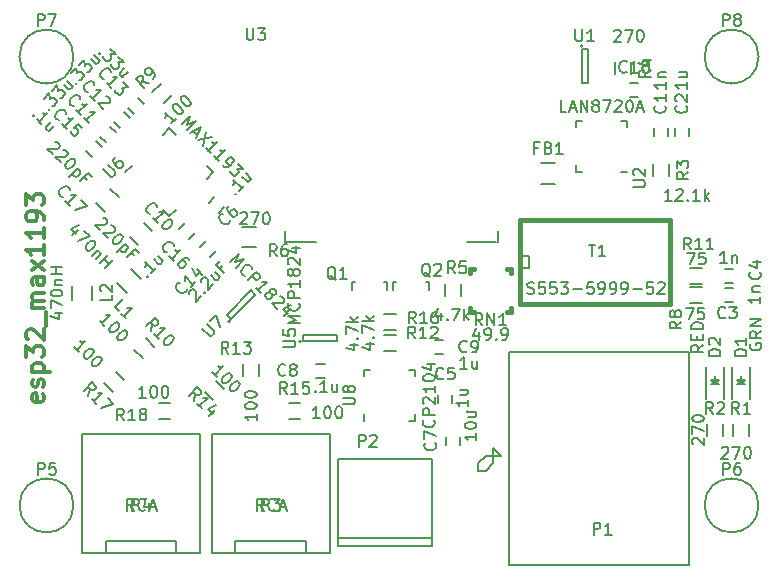
<source format=gto>
G04 #@! TF.FileFunction,Legend,Top*
%FSLAX46Y46*%
G04 Gerber Fmt 4.6, Leading zero omitted, Abs format (unit mm)*
G04 Created by KiCad (PCBNEW 4.0.2+dfsg1-stable) date Mon 01 Oct 2018 11:39:29 PM EDT*
%MOMM*%
G01*
G04 APERTURE LIST*
%ADD10C,0.100000*%
%ADD11C,0.200000*%
%ADD12C,0.300000*%
%ADD13C,0.381000*%
%ADD14C,0.203200*%
%ADD15C,0.150000*%
G04 APERTURE END LIST*
D10*
D11*
X155575000Y-99060000D02*
X155575000Y-98425000D01*
X156210000Y-99060000D02*
X155575000Y-99060000D01*
X156845000Y-98425000D02*
X156210000Y-99060000D01*
X156845000Y-97155000D02*
X156845000Y-98425000D01*
X157480000Y-97790000D02*
X156845000Y-97155000D01*
X156210000Y-97790000D02*
X157480000Y-97790000D01*
X155575000Y-98425000D02*
X156210000Y-97790000D01*
D12*
X118717143Y-92597856D02*
X118788571Y-92740713D01*
X118788571Y-93026427D01*
X118717143Y-93169284D01*
X118574286Y-93240713D01*
X118002857Y-93240713D01*
X117860000Y-93169284D01*
X117788571Y-93026427D01*
X117788571Y-92740713D01*
X117860000Y-92597856D01*
X118002857Y-92526427D01*
X118145714Y-92526427D01*
X118288571Y-93240713D01*
X118717143Y-91954999D02*
X118788571Y-91812142D01*
X118788571Y-91526427D01*
X118717143Y-91383570D01*
X118574286Y-91312142D01*
X118502857Y-91312142D01*
X118360000Y-91383570D01*
X118288571Y-91526427D01*
X118288571Y-91740713D01*
X118217143Y-91883570D01*
X118074286Y-91954999D01*
X118002857Y-91954999D01*
X117860000Y-91883570D01*
X117788571Y-91740713D01*
X117788571Y-91526427D01*
X117860000Y-91383570D01*
X117788571Y-90669284D02*
X119288571Y-90669284D01*
X117860000Y-90669284D02*
X117788571Y-90526427D01*
X117788571Y-90240713D01*
X117860000Y-90097856D01*
X117931429Y-90026427D01*
X118074286Y-89954998D01*
X118502857Y-89954998D01*
X118645714Y-90026427D01*
X118717143Y-90097856D01*
X118788571Y-90240713D01*
X118788571Y-90526427D01*
X118717143Y-90669284D01*
X117288571Y-89454998D02*
X117288571Y-88526427D01*
X117860000Y-89026427D01*
X117860000Y-88812141D01*
X117931429Y-88669284D01*
X118002857Y-88597855D01*
X118145714Y-88526427D01*
X118502857Y-88526427D01*
X118645714Y-88597855D01*
X118717143Y-88669284D01*
X118788571Y-88812141D01*
X118788571Y-89240713D01*
X118717143Y-89383570D01*
X118645714Y-89454998D01*
X117431429Y-87954999D02*
X117360000Y-87883570D01*
X117288571Y-87740713D01*
X117288571Y-87383570D01*
X117360000Y-87240713D01*
X117431429Y-87169284D01*
X117574286Y-87097856D01*
X117717143Y-87097856D01*
X117931429Y-87169284D01*
X118788571Y-88026427D01*
X118788571Y-87097856D01*
X118931429Y-86812142D02*
X118931429Y-85669285D01*
X118788571Y-85312142D02*
X117788571Y-85312142D01*
X117931429Y-85312142D02*
X117860000Y-85240714D01*
X117788571Y-85097856D01*
X117788571Y-84883571D01*
X117860000Y-84740714D01*
X118002857Y-84669285D01*
X118788571Y-84669285D01*
X118002857Y-84669285D02*
X117860000Y-84597856D01*
X117788571Y-84454999D01*
X117788571Y-84240714D01*
X117860000Y-84097856D01*
X118002857Y-84026428D01*
X118788571Y-84026428D01*
X118788571Y-82669285D02*
X118002857Y-82669285D01*
X117860000Y-82740714D01*
X117788571Y-82883571D01*
X117788571Y-83169285D01*
X117860000Y-83312142D01*
X118717143Y-82669285D02*
X118788571Y-82812142D01*
X118788571Y-83169285D01*
X118717143Y-83312142D01*
X118574286Y-83383571D01*
X118431429Y-83383571D01*
X118288571Y-83312142D01*
X118217143Y-83169285D01*
X118217143Y-82812142D01*
X118145714Y-82669285D01*
X118788571Y-82097856D02*
X117788571Y-81312142D01*
X117788571Y-82097856D02*
X118788571Y-81312142D01*
X118788571Y-79954999D02*
X118788571Y-80812142D01*
X118788571Y-80383570D02*
X117288571Y-80383570D01*
X117502857Y-80526427D01*
X117645714Y-80669285D01*
X117717143Y-80812142D01*
X118788571Y-78526428D02*
X118788571Y-79383571D01*
X118788571Y-78954999D02*
X117288571Y-78954999D01*
X117502857Y-79097856D01*
X117645714Y-79240714D01*
X117717143Y-79383571D01*
X118788571Y-77812143D02*
X118788571Y-77526428D01*
X118717143Y-77383571D01*
X118645714Y-77312143D01*
X118431429Y-77169285D01*
X118145714Y-77097857D01*
X117574286Y-77097857D01*
X117431429Y-77169285D01*
X117360000Y-77240714D01*
X117288571Y-77383571D01*
X117288571Y-77669285D01*
X117360000Y-77812143D01*
X117431429Y-77883571D01*
X117574286Y-77955000D01*
X117931429Y-77955000D01*
X118074286Y-77883571D01*
X118145714Y-77812143D01*
X118217143Y-77669285D01*
X118217143Y-77383571D01*
X118145714Y-77240714D01*
X118074286Y-77169285D01*
X117931429Y-77097857D01*
X117288571Y-76597857D02*
X117288571Y-75669286D01*
X117860000Y-76169286D01*
X117860000Y-75955000D01*
X117931429Y-75812143D01*
X118002857Y-75740714D01*
X118145714Y-75669286D01*
X118502857Y-75669286D01*
X118645714Y-75740714D01*
X118717143Y-75812143D01*
X118788571Y-75955000D01*
X118788571Y-76383572D01*
X118717143Y-76526429D01*
X118645714Y-76597857D01*
D13*
X159050000Y-77804000D02*
X159050000Y-84916000D01*
X159050000Y-84916000D02*
X171750000Y-84916000D01*
X171750000Y-84916000D02*
X171750000Y-77804000D01*
X171750000Y-77804000D02*
X159050000Y-77804000D01*
D14*
X159050000Y-80852000D02*
X159812000Y-80852000D01*
X159812000Y-80852000D02*
X159812000Y-81868000D01*
X159812000Y-81868000D02*
X159050000Y-81868000D01*
D15*
X158180000Y-107074000D02*
X173420000Y-107074000D01*
X173420000Y-107074000D02*
X173420000Y-89040000D01*
X173420000Y-89040000D02*
X158180000Y-89040000D01*
X158180000Y-89040000D02*
X158180000Y-107074000D01*
X141000000Y-106000000D02*
X141000000Y-105000000D01*
X141000000Y-105000000D02*
X135000000Y-105000000D01*
X135000000Y-105000000D02*
X135000000Y-106000000D01*
X138000000Y-106000000D02*
X133000000Y-106000000D01*
X133000000Y-106000000D02*
X133000000Y-96000000D01*
X133000000Y-96000000D02*
X143000000Y-96000000D01*
X143000000Y-96000000D02*
X143000000Y-106000000D01*
X143000000Y-106000000D02*
X138000000Y-106000000D01*
X157200000Y-78740000D02*
X157200000Y-79740000D01*
X157090000Y-79740000D02*
X154590000Y-79740000D01*
X139200000Y-79740000D02*
X139200000Y-78740000D01*
X139310000Y-79740000D02*
X141810000Y-79740000D01*
X178550000Y-93000000D02*
X178550000Y-90300000D01*
X177050000Y-93000000D02*
X177050000Y-90300000D01*
X177950000Y-91500000D02*
X177700000Y-91500000D01*
X177700000Y-91500000D02*
X177850000Y-91650000D01*
X177450000Y-91750000D02*
X178150000Y-91750000D01*
X177800000Y-91400000D02*
X177800000Y-91050000D01*
X177800000Y-91750000D02*
X177450000Y-91400000D01*
X177450000Y-91400000D02*
X178150000Y-91400000D01*
X178150000Y-91400000D02*
X177800000Y-91750000D01*
X176350000Y-93000000D02*
X176350000Y-90300000D01*
X174850000Y-93000000D02*
X174850000Y-90300000D01*
X175750000Y-91500000D02*
X175500000Y-91500000D01*
X175500000Y-91500000D02*
X175650000Y-91650000D01*
X175250000Y-91750000D02*
X175950000Y-91750000D01*
X175600000Y-91400000D02*
X175600000Y-91050000D01*
X175600000Y-91750000D02*
X175250000Y-91400000D01*
X175250000Y-91400000D02*
X175950000Y-91400000D01*
X175950000Y-91400000D02*
X175600000Y-91750000D01*
X177125000Y-96100000D02*
X177125000Y-95100000D01*
X178475000Y-95100000D02*
X178475000Y-96100000D01*
X174925000Y-96100000D02*
X174925000Y-95100000D01*
X176275000Y-95100000D02*
X176275000Y-96100000D01*
X170325000Y-74100000D02*
X170325000Y-73100000D01*
X171675000Y-73100000D02*
X171675000Y-74100000D01*
X167125000Y-65500000D02*
X167125000Y-64500000D01*
X168475000Y-64500000D02*
X168475000Y-65500000D01*
X154075000Y-83300000D02*
X154075000Y-84300000D01*
X152725000Y-84300000D02*
X152725000Y-83300000D01*
X147600000Y-87575000D02*
X148600000Y-87575000D01*
X148600000Y-88925000D02*
X147600000Y-88925000D01*
X148600000Y-87175000D02*
X147600000Y-87175000D01*
X147600000Y-85825000D02*
X148600000Y-85825000D01*
X173500000Y-83525000D02*
X174500000Y-83525000D01*
X174500000Y-84875000D02*
X173500000Y-84875000D01*
X173500000Y-81925000D02*
X174500000Y-81925000D01*
X174500000Y-83275000D02*
X173500000Y-83275000D01*
X129620850Y-67253744D02*
X128913744Y-67960850D01*
X127959150Y-67006256D02*
X128666256Y-66299150D01*
X127156256Y-89530850D02*
X126449150Y-88823744D01*
X127403744Y-87869150D02*
X128110850Y-88576256D01*
X127974594Y-78772513D02*
X127267487Y-78065406D01*
X126065406Y-79267487D02*
X126772513Y-79974594D01*
X135655000Y-91070000D02*
X135655000Y-90070000D01*
X137005000Y-90070000D02*
X137005000Y-91070000D01*
X133343744Y-91459150D02*
X134050850Y-92166256D01*
X133096256Y-93120850D02*
X132389150Y-92413744D01*
X140500000Y-94675000D02*
X139500000Y-94675000D01*
X139500000Y-93325000D02*
X140500000Y-93325000D01*
X135520000Y-78415000D02*
X136720000Y-78415000D01*
X136720000Y-80165000D02*
X135520000Y-80165000D01*
X147649160Y-83099760D02*
X147600900Y-83099760D01*
X144850180Y-83800800D02*
X144850180Y-83099760D01*
X144850180Y-83099760D02*
X145099100Y-83099760D01*
X147649160Y-83099760D02*
X147849820Y-83099760D01*
X147849820Y-83099760D02*
X147849820Y-83800800D01*
X151149160Y-83099760D02*
X151100900Y-83099760D01*
X148350180Y-83800800D02*
X148350180Y-83099760D01*
X148350180Y-83099760D02*
X148599100Y-83099760D01*
X151149160Y-83099760D02*
X151349820Y-83099760D01*
X151349820Y-83099760D02*
X151349820Y-83800800D01*
X170400000Y-70750000D02*
X170400000Y-70050000D01*
X171600000Y-70050000D02*
X171600000Y-70750000D01*
X172200000Y-70750000D02*
X172200000Y-70050000D01*
X173400000Y-70050000D02*
X173400000Y-70750000D01*
X176450000Y-83600000D02*
X177150000Y-83600000D01*
X177150000Y-84800000D02*
X176450000Y-84800000D01*
X176450000Y-82000000D02*
X177150000Y-82000000D01*
X177150000Y-83200000D02*
X176450000Y-83200000D01*
X152150000Y-93330000D02*
X152150000Y-92630000D01*
X153350000Y-92630000D02*
X153350000Y-93330000D01*
X134071751Y-76776777D02*
X133576777Y-77271751D01*
X132728249Y-76423223D02*
X133223223Y-75928249D01*
X152840000Y-96910000D02*
X152840000Y-96210000D01*
X154040000Y-96210000D02*
X154040000Y-96910000D01*
X141840000Y-90000000D02*
X142540000Y-90000000D01*
X142540000Y-91200000D02*
X141840000Y-91200000D01*
X151900000Y-88000000D02*
X152600000Y-88000000D01*
X152600000Y-89200000D02*
X151900000Y-89200000D01*
X124376777Y-69928249D02*
X124871751Y-70423223D01*
X124023223Y-71271751D02*
X123528249Y-70776777D01*
X125576777Y-68728249D02*
X126071751Y-69223223D01*
X125223223Y-70071751D02*
X124728249Y-69576777D01*
X126776777Y-67528249D02*
X127271751Y-68023223D01*
X126423223Y-68871751D02*
X125928249Y-68376777D01*
X132008249Y-80133223D02*
X132503223Y-79638249D01*
X133351751Y-80486777D02*
X132856777Y-80981751D01*
X122823223Y-72471751D02*
X122328249Y-71976777D01*
X123176777Y-71128249D02*
X123671751Y-71623223D01*
X130258249Y-78613223D02*
X130753223Y-78118249D01*
X131601751Y-78966777D02*
X131106777Y-79461751D01*
X123205406Y-76417487D02*
X123912513Y-77124594D01*
X125114594Y-75922513D02*
X124407487Y-75215406D01*
X125805546Y-84042983D02*
X124957017Y-83194454D01*
X126194454Y-81957017D02*
X127042983Y-82805546D01*
X121125000Y-84600000D02*
X121125000Y-83400000D01*
X122875000Y-83400000D02*
X122875000Y-84600000D01*
X143680000Y-105405000D02*
X151680000Y-105405000D01*
X143680000Y-98085000D02*
X151680000Y-98085000D01*
X151680000Y-98085000D02*
X151680000Y-105405000D01*
X151680000Y-104785000D02*
X143680000Y-104785000D01*
X143680000Y-105405000D02*
X143680000Y-98085000D01*
X130000000Y-106000000D02*
X130000000Y-105000000D01*
X130000000Y-105000000D02*
X124000000Y-105000000D01*
X124000000Y-105000000D02*
X124000000Y-106000000D01*
X127000000Y-106000000D02*
X122000000Y-106000000D01*
X122000000Y-106000000D02*
X122000000Y-96000000D01*
X122000000Y-96000000D02*
X132000000Y-96000000D01*
X132000000Y-96000000D02*
X132000000Y-106000000D01*
X132000000Y-106000000D02*
X127000000Y-106000000D01*
X124843744Y-90699150D02*
X125550850Y-91406256D01*
X124596256Y-92360850D02*
X123889150Y-91653744D01*
X129500000Y-94675000D02*
X128500000Y-94675000D01*
X128500000Y-93325000D02*
X129500000Y-93325000D01*
D13*
X155200000Y-85600000D02*
X154900000Y-85600000D01*
X154900000Y-85600000D02*
X154900000Y-85300000D01*
X158000000Y-82000000D02*
X158300000Y-82000000D01*
X158300000Y-82000000D02*
X158300000Y-82300000D01*
X158300000Y-85300000D02*
X158300000Y-85600000D01*
X158300000Y-85600000D02*
X158000000Y-85600000D01*
X155200000Y-82000000D02*
X154900000Y-82000000D01*
X154900000Y-82000000D02*
X154900000Y-82300000D01*
D15*
X164400000Y-63100000D02*
G75*
G03X164400000Y-63100000I-100000J0D01*
G01*
X164850000Y-63350000D02*
X164350000Y-63350000D01*
X164850000Y-66250000D02*
X164850000Y-63350000D01*
X164350000Y-66250000D02*
X164850000Y-66250000D01*
X164350000Y-63350000D02*
X164350000Y-66250000D01*
X163850000Y-73750000D02*
X163850000Y-73225000D01*
X168150000Y-69450000D02*
X168150000Y-69975000D01*
X163850000Y-69450000D02*
X163850000Y-69975000D01*
X168150000Y-73750000D02*
X167625000Y-73750000D01*
X168150000Y-69450000D02*
X167625000Y-69450000D01*
X163850000Y-69450000D02*
X164375000Y-69450000D01*
X163850000Y-73750000D02*
X164375000Y-73750000D01*
X140560000Y-88110000D02*
G75*
G03X140560000Y-88110000I-100000J0D01*
G01*
X140710000Y-87560000D02*
X140710000Y-88060000D01*
X143610000Y-87560000D02*
X140710000Y-87560000D01*
X143610000Y-88060000D02*
X143610000Y-87560000D01*
X140710000Y-88060000D02*
X143610000Y-88060000D01*
X129400000Y-70087689D02*
X129930330Y-70618019D01*
X129400000Y-77512311D02*
X128869670Y-76981981D01*
X133112311Y-73800000D02*
X132581981Y-73269670D01*
X125687689Y-73800000D02*
X126218019Y-73269670D01*
X129400000Y-77512311D02*
X129930330Y-76981981D01*
X133112311Y-73800000D02*
X132581981Y-74330330D01*
X129400000Y-70087689D02*
X128869670Y-70618019D01*
X134580051Y-86414214D02*
G75*
G03X134580051Y-86414214I-100000J0D01*
G01*
X134267918Y-85848528D02*
X134621472Y-86202082D01*
X136318528Y-83797918D02*
X134267918Y-85848528D01*
X136672082Y-84151472D02*
X136318528Y-83797918D01*
X134621472Y-86202082D02*
X136672082Y-84151472D01*
X145890000Y-90530000D02*
X146415000Y-90530000D01*
X150190000Y-94830000D02*
X149665000Y-94830000D01*
X150190000Y-90530000D02*
X149665000Y-90530000D01*
X145890000Y-94830000D02*
X145890000Y-94305000D01*
X150190000Y-94830000D02*
X150190000Y-94305000D01*
X150190000Y-90530000D02*
X150190000Y-91055000D01*
X145890000Y-90530000D02*
X145890000Y-91055000D01*
X162080000Y-74775000D02*
X160880000Y-74775000D01*
X160880000Y-73025000D02*
X162080000Y-73025000D01*
X168410000Y-66210000D02*
X169110000Y-66210000D01*
X169110000Y-67410000D02*
X168410000Y-67410000D01*
X121286000Y-102000000D02*
G75*
G03X121286000Y-102000000I-2286000J0D01*
G01*
X179286000Y-102000000D02*
G75*
G03X179286000Y-102000000I-2286000J0D01*
G01*
X121286000Y-64000000D02*
G75*
G03X121286000Y-64000000I-2286000J0D01*
G01*
X179286000Y-64000000D02*
G75*
G03X179286000Y-64000000I-2286000J0D01*
G01*
X164892095Y-79923381D02*
X165463524Y-79923381D01*
X165177809Y-80923381D02*
X165177809Y-79923381D01*
X166320667Y-80923381D02*
X165749238Y-80923381D01*
X166034952Y-80923381D02*
X166034952Y-79923381D01*
X165939714Y-80066238D01*
X165844476Y-80161476D01*
X165749238Y-80209095D01*
X159717476Y-84050762D02*
X159860333Y-84098381D01*
X160098429Y-84098381D01*
X160193667Y-84050762D01*
X160241286Y-84003143D01*
X160288905Y-83907905D01*
X160288905Y-83812667D01*
X160241286Y-83717429D01*
X160193667Y-83669810D01*
X160098429Y-83622190D01*
X159907952Y-83574571D01*
X159812714Y-83526952D01*
X159765095Y-83479333D01*
X159717476Y-83384095D01*
X159717476Y-83288857D01*
X159765095Y-83193619D01*
X159812714Y-83146000D01*
X159907952Y-83098381D01*
X160146048Y-83098381D01*
X160288905Y-83146000D01*
X161193667Y-83098381D02*
X160717476Y-83098381D01*
X160669857Y-83574571D01*
X160717476Y-83526952D01*
X160812714Y-83479333D01*
X161050810Y-83479333D01*
X161146048Y-83526952D01*
X161193667Y-83574571D01*
X161241286Y-83669810D01*
X161241286Y-83907905D01*
X161193667Y-84003143D01*
X161146048Y-84050762D01*
X161050810Y-84098381D01*
X160812714Y-84098381D01*
X160717476Y-84050762D01*
X160669857Y-84003143D01*
X162146048Y-83098381D02*
X161669857Y-83098381D01*
X161622238Y-83574571D01*
X161669857Y-83526952D01*
X161765095Y-83479333D01*
X162003191Y-83479333D01*
X162098429Y-83526952D01*
X162146048Y-83574571D01*
X162193667Y-83669810D01*
X162193667Y-83907905D01*
X162146048Y-84003143D01*
X162098429Y-84050762D01*
X162003191Y-84098381D01*
X161765095Y-84098381D01*
X161669857Y-84050762D01*
X161622238Y-84003143D01*
X162527000Y-83098381D02*
X163146048Y-83098381D01*
X162812714Y-83479333D01*
X162955572Y-83479333D01*
X163050810Y-83526952D01*
X163098429Y-83574571D01*
X163146048Y-83669810D01*
X163146048Y-83907905D01*
X163098429Y-84003143D01*
X163050810Y-84050762D01*
X162955572Y-84098381D01*
X162669857Y-84098381D01*
X162574619Y-84050762D01*
X162527000Y-84003143D01*
X163574619Y-83717429D02*
X164336524Y-83717429D01*
X165288905Y-83098381D02*
X164812714Y-83098381D01*
X164765095Y-83574571D01*
X164812714Y-83526952D01*
X164907952Y-83479333D01*
X165146048Y-83479333D01*
X165241286Y-83526952D01*
X165288905Y-83574571D01*
X165336524Y-83669810D01*
X165336524Y-83907905D01*
X165288905Y-84003143D01*
X165241286Y-84050762D01*
X165146048Y-84098381D01*
X164907952Y-84098381D01*
X164812714Y-84050762D01*
X164765095Y-84003143D01*
X165812714Y-84098381D02*
X166003190Y-84098381D01*
X166098429Y-84050762D01*
X166146048Y-84003143D01*
X166241286Y-83860286D01*
X166288905Y-83669810D01*
X166288905Y-83288857D01*
X166241286Y-83193619D01*
X166193667Y-83146000D01*
X166098429Y-83098381D01*
X165907952Y-83098381D01*
X165812714Y-83146000D01*
X165765095Y-83193619D01*
X165717476Y-83288857D01*
X165717476Y-83526952D01*
X165765095Y-83622190D01*
X165812714Y-83669810D01*
X165907952Y-83717429D01*
X166098429Y-83717429D01*
X166193667Y-83669810D01*
X166241286Y-83622190D01*
X166288905Y-83526952D01*
X166765095Y-84098381D02*
X166955571Y-84098381D01*
X167050810Y-84050762D01*
X167098429Y-84003143D01*
X167193667Y-83860286D01*
X167241286Y-83669810D01*
X167241286Y-83288857D01*
X167193667Y-83193619D01*
X167146048Y-83146000D01*
X167050810Y-83098381D01*
X166860333Y-83098381D01*
X166765095Y-83146000D01*
X166717476Y-83193619D01*
X166669857Y-83288857D01*
X166669857Y-83526952D01*
X166717476Y-83622190D01*
X166765095Y-83669810D01*
X166860333Y-83717429D01*
X167050810Y-83717429D01*
X167146048Y-83669810D01*
X167193667Y-83622190D01*
X167241286Y-83526952D01*
X167717476Y-84098381D02*
X167907952Y-84098381D01*
X168003191Y-84050762D01*
X168050810Y-84003143D01*
X168146048Y-83860286D01*
X168193667Y-83669810D01*
X168193667Y-83288857D01*
X168146048Y-83193619D01*
X168098429Y-83146000D01*
X168003191Y-83098381D01*
X167812714Y-83098381D01*
X167717476Y-83146000D01*
X167669857Y-83193619D01*
X167622238Y-83288857D01*
X167622238Y-83526952D01*
X167669857Y-83622190D01*
X167717476Y-83669810D01*
X167812714Y-83717429D01*
X168003191Y-83717429D01*
X168098429Y-83669810D01*
X168146048Y-83622190D01*
X168193667Y-83526952D01*
X168622238Y-83717429D02*
X169384143Y-83717429D01*
X170336524Y-83098381D02*
X169860333Y-83098381D01*
X169812714Y-83574571D01*
X169860333Y-83526952D01*
X169955571Y-83479333D01*
X170193667Y-83479333D01*
X170288905Y-83526952D01*
X170336524Y-83574571D01*
X170384143Y-83669810D01*
X170384143Y-83907905D01*
X170336524Y-84003143D01*
X170288905Y-84050762D01*
X170193667Y-84098381D01*
X169955571Y-84098381D01*
X169860333Y-84050762D01*
X169812714Y-84003143D01*
X170765095Y-83193619D02*
X170812714Y-83146000D01*
X170907952Y-83098381D01*
X171146048Y-83098381D01*
X171241286Y-83146000D01*
X171288905Y-83193619D01*
X171336524Y-83288857D01*
X171336524Y-83384095D01*
X171288905Y-83526952D01*
X170717476Y-84098381D01*
X171336524Y-84098381D01*
X165315905Y-104478381D02*
X165315905Y-103478381D01*
X165696858Y-103478381D01*
X165792096Y-103526000D01*
X165839715Y-103573619D01*
X165887334Y-103668857D01*
X165887334Y-103811714D01*
X165839715Y-103906952D01*
X165792096Y-103954571D01*
X165696858Y-104002190D01*
X165315905Y-104002190D01*
X166839715Y-104478381D02*
X166268286Y-104478381D01*
X166554000Y-104478381D02*
X166554000Y-103478381D01*
X166458762Y-103621238D01*
X166363524Y-103716476D01*
X166268286Y-103764095D01*
X137261905Y-102452381D02*
X137261905Y-101452381D01*
X137642858Y-101452381D01*
X137738096Y-101500000D01*
X137785715Y-101547619D01*
X137833334Y-101642857D01*
X137833334Y-101785714D01*
X137785715Y-101880952D01*
X137738096Y-101928571D01*
X137642858Y-101976190D01*
X137261905Y-101976190D01*
X138166667Y-101452381D02*
X138785715Y-101452381D01*
X138452381Y-101833333D01*
X138595239Y-101833333D01*
X138690477Y-101880952D01*
X138738096Y-101928571D01*
X138785715Y-102023810D01*
X138785715Y-102261905D01*
X138738096Y-102357143D01*
X138690477Y-102404762D01*
X138595239Y-102452381D01*
X138309524Y-102452381D01*
X138214286Y-102404762D01*
X138166667Y-102357143D01*
X137380953Y-102452381D02*
X137047619Y-101976190D01*
X136809524Y-102452381D02*
X136809524Y-101452381D01*
X137190477Y-101452381D01*
X137285715Y-101500000D01*
X137333334Y-101547619D01*
X137380953Y-101642857D01*
X137380953Y-101785714D01*
X137333334Y-101880952D01*
X137285715Y-101928571D01*
X137190477Y-101976190D01*
X136809524Y-101976190D01*
X138380953Y-102357143D02*
X138333334Y-102404762D01*
X138190477Y-102452381D01*
X138095239Y-102452381D01*
X137952381Y-102404762D01*
X137857143Y-102309524D01*
X137809524Y-102214286D01*
X137761905Y-102023810D01*
X137761905Y-101880952D01*
X137809524Y-101690476D01*
X137857143Y-101595238D01*
X137952381Y-101500000D01*
X138095239Y-101452381D01*
X138190477Y-101452381D01*
X138333334Y-101500000D01*
X138380953Y-101547619D01*
X138761905Y-102166667D02*
X139238096Y-102166667D01*
X138666667Y-102452381D02*
X139000000Y-101452381D01*
X139333334Y-102452381D01*
X135948095Y-61592381D02*
X135948095Y-62401905D01*
X135995714Y-62497143D01*
X136043333Y-62544762D01*
X136138571Y-62592381D01*
X136329048Y-62592381D01*
X136424286Y-62544762D01*
X136471905Y-62497143D01*
X136519524Y-62401905D01*
X136519524Y-61592381D01*
X136900476Y-61592381D02*
X137519524Y-61592381D01*
X137186190Y-61973333D01*
X137329048Y-61973333D01*
X137424286Y-62020952D01*
X137471905Y-62068571D01*
X137519524Y-62163810D01*
X137519524Y-62401905D01*
X137471905Y-62497143D01*
X137424286Y-62544762D01*
X137329048Y-62592381D01*
X137043333Y-62592381D01*
X136948095Y-62544762D01*
X136900476Y-62497143D01*
X178252381Y-89338095D02*
X177252381Y-89338095D01*
X177252381Y-89100000D01*
X177300000Y-88957142D01*
X177395238Y-88861904D01*
X177490476Y-88814285D01*
X177680952Y-88766666D01*
X177823810Y-88766666D01*
X178014286Y-88814285D01*
X178109524Y-88861904D01*
X178204762Y-88957142D01*
X178252381Y-89100000D01*
X178252381Y-89338095D01*
X178252381Y-87814285D02*
X178252381Y-88385714D01*
X178252381Y-88100000D02*
X177252381Y-88100000D01*
X177395238Y-88195238D01*
X177490476Y-88290476D01*
X177538095Y-88385714D01*
X178570000Y-88301904D02*
X178522381Y-88397142D01*
X178522381Y-88539999D01*
X178570000Y-88682857D01*
X178665238Y-88778095D01*
X178760476Y-88825714D01*
X178950952Y-88873333D01*
X179093810Y-88873333D01*
X179284286Y-88825714D01*
X179379524Y-88778095D01*
X179474762Y-88682857D01*
X179522381Y-88539999D01*
X179522381Y-88444761D01*
X179474762Y-88301904D01*
X179427143Y-88254285D01*
X179093810Y-88254285D01*
X179093810Y-88444761D01*
X179522381Y-87254285D02*
X179046190Y-87587619D01*
X179522381Y-87825714D02*
X178522381Y-87825714D01*
X178522381Y-87444761D01*
X178570000Y-87349523D01*
X178617619Y-87301904D01*
X178712857Y-87254285D01*
X178855714Y-87254285D01*
X178950952Y-87301904D01*
X178998571Y-87349523D01*
X179046190Y-87444761D01*
X179046190Y-87825714D01*
X179522381Y-86825714D02*
X178522381Y-86825714D01*
X179522381Y-86254285D01*
X178522381Y-86254285D01*
X176052381Y-89338095D02*
X175052381Y-89338095D01*
X175052381Y-89100000D01*
X175100000Y-88957142D01*
X175195238Y-88861904D01*
X175290476Y-88814285D01*
X175480952Y-88766666D01*
X175623810Y-88766666D01*
X175814286Y-88814285D01*
X175909524Y-88861904D01*
X176004762Y-88957142D01*
X176052381Y-89100000D01*
X176052381Y-89338095D01*
X175147619Y-88385714D02*
X175100000Y-88338095D01*
X175052381Y-88242857D01*
X175052381Y-88004761D01*
X175100000Y-87909523D01*
X175147619Y-87861904D01*
X175242857Y-87814285D01*
X175338095Y-87814285D01*
X175480952Y-87861904D01*
X176052381Y-88433333D01*
X176052381Y-87814285D01*
X174602381Y-88402857D02*
X174126190Y-88736191D01*
X174602381Y-88974286D02*
X173602381Y-88974286D01*
X173602381Y-88593333D01*
X173650000Y-88498095D01*
X173697619Y-88450476D01*
X173792857Y-88402857D01*
X173935714Y-88402857D01*
X174030952Y-88450476D01*
X174078571Y-88498095D01*
X174126190Y-88593333D01*
X174126190Y-88974286D01*
X174078571Y-87974286D02*
X174078571Y-87640952D01*
X174602381Y-87498095D02*
X174602381Y-87974286D01*
X173602381Y-87974286D01*
X173602381Y-87498095D01*
X174602381Y-87069524D02*
X173602381Y-87069524D01*
X173602381Y-86831429D01*
X173650000Y-86688571D01*
X173745238Y-86593333D01*
X173840476Y-86545714D01*
X174030952Y-86498095D01*
X174173810Y-86498095D01*
X174364286Y-86545714D01*
X174459524Y-86593333D01*
X174554762Y-86688571D01*
X174602381Y-86831429D01*
X174602381Y-87069524D01*
X177633334Y-94252381D02*
X177300000Y-93776190D01*
X177061905Y-94252381D02*
X177061905Y-93252381D01*
X177442858Y-93252381D01*
X177538096Y-93300000D01*
X177585715Y-93347619D01*
X177633334Y-93442857D01*
X177633334Y-93585714D01*
X177585715Y-93680952D01*
X177538096Y-93728571D01*
X177442858Y-93776190D01*
X177061905Y-93776190D01*
X178585715Y-94252381D02*
X178014286Y-94252381D01*
X178300000Y-94252381D02*
X178300000Y-93252381D01*
X178204762Y-93395238D01*
X178109524Y-93490476D01*
X178014286Y-93538095D01*
X176161905Y-97147619D02*
X176209524Y-97100000D01*
X176304762Y-97052381D01*
X176542858Y-97052381D01*
X176638096Y-97100000D01*
X176685715Y-97147619D01*
X176733334Y-97242857D01*
X176733334Y-97338095D01*
X176685715Y-97480952D01*
X176114286Y-98052381D01*
X176733334Y-98052381D01*
X177066667Y-97052381D02*
X177733334Y-97052381D01*
X177304762Y-98052381D01*
X178304762Y-97052381D02*
X178400001Y-97052381D01*
X178495239Y-97100000D01*
X178542858Y-97147619D01*
X178590477Y-97242857D01*
X178638096Y-97433333D01*
X178638096Y-97671429D01*
X178590477Y-97861905D01*
X178542858Y-97957143D01*
X178495239Y-98004762D01*
X178400001Y-98052381D01*
X178304762Y-98052381D01*
X178209524Y-98004762D01*
X178161905Y-97957143D01*
X178114286Y-97861905D01*
X178066667Y-97671429D01*
X178066667Y-97433333D01*
X178114286Y-97242857D01*
X178161905Y-97147619D01*
X178209524Y-97100000D01*
X178304762Y-97052381D01*
X175433334Y-94252381D02*
X175100000Y-93776190D01*
X174861905Y-94252381D02*
X174861905Y-93252381D01*
X175242858Y-93252381D01*
X175338096Y-93300000D01*
X175385715Y-93347619D01*
X175433334Y-93442857D01*
X175433334Y-93585714D01*
X175385715Y-93680952D01*
X175338096Y-93728571D01*
X175242858Y-93776190D01*
X174861905Y-93776190D01*
X175814286Y-93347619D02*
X175861905Y-93300000D01*
X175957143Y-93252381D01*
X176195239Y-93252381D01*
X176290477Y-93300000D01*
X176338096Y-93347619D01*
X176385715Y-93442857D01*
X176385715Y-93538095D01*
X176338096Y-93680952D01*
X175766667Y-94252381D01*
X176385715Y-94252381D01*
X173747619Y-96838095D02*
X173700000Y-96790476D01*
X173652381Y-96695238D01*
X173652381Y-96457142D01*
X173700000Y-96361904D01*
X173747619Y-96314285D01*
X173842857Y-96266666D01*
X173938095Y-96266666D01*
X174080952Y-96314285D01*
X174652381Y-96885714D01*
X174652381Y-96266666D01*
X173652381Y-95933333D02*
X173652381Y-95266666D01*
X174652381Y-95695238D01*
X173652381Y-94695238D02*
X173652381Y-94599999D01*
X173700000Y-94504761D01*
X173747619Y-94457142D01*
X173842857Y-94409523D01*
X174033333Y-94361904D01*
X174271429Y-94361904D01*
X174461905Y-94409523D01*
X174557143Y-94457142D01*
X174604762Y-94504761D01*
X174652381Y-94599999D01*
X174652381Y-94695238D01*
X174604762Y-94790476D01*
X174557143Y-94838095D01*
X174461905Y-94885714D01*
X174271429Y-94933333D01*
X174033333Y-94933333D01*
X173842857Y-94885714D01*
X173747619Y-94838095D01*
X173700000Y-94790476D01*
X173652381Y-94695238D01*
X173352381Y-73766666D02*
X172876190Y-74100000D01*
X173352381Y-74338095D02*
X172352381Y-74338095D01*
X172352381Y-73957142D01*
X172400000Y-73861904D01*
X172447619Y-73814285D01*
X172542857Y-73766666D01*
X172685714Y-73766666D01*
X172780952Y-73814285D01*
X172828571Y-73861904D01*
X172876190Y-73957142D01*
X172876190Y-74338095D01*
X172352381Y-73433333D02*
X172352381Y-72814285D01*
X172733333Y-73147619D01*
X172733333Y-73004761D01*
X172780952Y-72909523D01*
X172828571Y-72861904D01*
X172923810Y-72814285D01*
X173161905Y-72814285D01*
X173257143Y-72861904D01*
X173304762Y-72909523D01*
X173352381Y-73004761D01*
X173352381Y-73290476D01*
X173304762Y-73385714D01*
X173257143Y-73433333D01*
X171920477Y-76222381D02*
X171349048Y-76222381D01*
X171634762Y-76222381D02*
X171634762Y-75222381D01*
X171539524Y-75365238D01*
X171444286Y-75460476D01*
X171349048Y-75508095D01*
X172301429Y-75317619D02*
X172349048Y-75270000D01*
X172444286Y-75222381D01*
X172682382Y-75222381D01*
X172777620Y-75270000D01*
X172825239Y-75317619D01*
X172872858Y-75412857D01*
X172872858Y-75508095D01*
X172825239Y-75650952D01*
X172253810Y-76222381D01*
X172872858Y-76222381D01*
X173301429Y-76127143D02*
X173349048Y-76174762D01*
X173301429Y-76222381D01*
X173253810Y-76174762D01*
X173301429Y-76127143D01*
X173301429Y-76222381D01*
X174301429Y-76222381D02*
X173730000Y-76222381D01*
X174015714Y-76222381D02*
X174015714Y-75222381D01*
X173920476Y-75365238D01*
X173825238Y-75460476D01*
X173730000Y-75508095D01*
X174730000Y-76222381D02*
X174730000Y-75222381D01*
X174825238Y-75841429D02*
X175110953Y-76222381D01*
X175110953Y-75555714D02*
X174730000Y-75936667D01*
X170152381Y-65166666D02*
X169676190Y-65500000D01*
X170152381Y-65738095D02*
X169152381Y-65738095D01*
X169152381Y-65357142D01*
X169200000Y-65261904D01*
X169247619Y-65214285D01*
X169342857Y-65166666D01*
X169485714Y-65166666D01*
X169580952Y-65214285D01*
X169628571Y-65261904D01*
X169676190Y-65357142D01*
X169676190Y-65738095D01*
X169485714Y-64309523D02*
X170152381Y-64309523D01*
X169104762Y-64547619D02*
X169819048Y-64785714D01*
X169819048Y-64166666D01*
X167071905Y-61827619D02*
X167119524Y-61780000D01*
X167214762Y-61732381D01*
X167452858Y-61732381D01*
X167548096Y-61780000D01*
X167595715Y-61827619D01*
X167643334Y-61922857D01*
X167643334Y-62018095D01*
X167595715Y-62160952D01*
X167024286Y-62732381D01*
X167643334Y-62732381D01*
X167976667Y-61732381D02*
X168643334Y-61732381D01*
X168214762Y-62732381D01*
X169214762Y-61732381D02*
X169310001Y-61732381D01*
X169405239Y-61780000D01*
X169452858Y-61827619D01*
X169500477Y-61922857D01*
X169548096Y-62113333D01*
X169548096Y-62351429D01*
X169500477Y-62541905D01*
X169452858Y-62637143D01*
X169405239Y-62684762D01*
X169310001Y-62732381D01*
X169214762Y-62732381D01*
X169119524Y-62684762D01*
X169071905Y-62637143D01*
X169024286Y-62541905D01*
X168976667Y-62351429D01*
X168976667Y-62113333D01*
X169024286Y-61922857D01*
X169071905Y-61827619D01*
X169119524Y-61780000D01*
X169214762Y-61732381D01*
X153583334Y-82342381D02*
X153250000Y-81866190D01*
X153011905Y-82342381D02*
X153011905Y-81342381D01*
X153392858Y-81342381D01*
X153488096Y-81390000D01*
X153535715Y-81437619D01*
X153583334Y-81532857D01*
X153583334Y-81675714D01*
X153535715Y-81770952D01*
X153488096Y-81818571D01*
X153392858Y-81866190D01*
X153011905Y-81866190D01*
X154488096Y-81342381D02*
X154011905Y-81342381D01*
X153964286Y-81818571D01*
X154011905Y-81770952D01*
X154107143Y-81723333D01*
X154345239Y-81723333D01*
X154440477Y-81770952D01*
X154488096Y-81818571D01*
X154535715Y-81913810D01*
X154535715Y-82151905D01*
X154488096Y-82247143D01*
X154440477Y-82294762D01*
X154345239Y-82342381D01*
X154107143Y-82342381D01*
X154011905Y-82294762D01*
X153964286Y-82247143D01*
X152401429Y-85675714D02*
X152401429Y-86342381D01*
X152163333Y-85294762D02*
X151925238Y-86009048D01*
X152544286Y-86009048D01*
X152925238Y-86247143D02*
X152972857Y-86294762D01*
X152925238Y-86342381D01*
X152877619Y-86294762D01*
X152925238Y-86247143D01*
X152925238Y-86342381D01*
X153306190Y-85342381D02*
X153972857Y-85342381D01*
X153544285Y-86342381D01*
X154353809Y-86342381D02*
X154353809Y-85342381D01*
X154449047Y-85961429D02*
X154734762Y-86342381D01*
X154734762Y-85675714D02*
X154353809Y-86056667D01*
X150207143Y-87872381D02*
X149873809Y-87396190D01*
X149635714Y-87872381D02*
X149635714Y-86872381D01*
X150016667Y-86872381D01*
X150111905Y-86920000D01*
X150159524Y-86967619D01*
X150207143Y-87062857D01*
X150207143Y-87205714D01*
X150159524Y-87300952D01*
X150111905Y-87348571D01*
X150016667Y-87396190D01*
X149635714Y-87396190D01*
X151159524Y-87872381D02*
X150588095Y-87872381D01*
X150873809Y-87872381D02*
X150873809Y-86872381D01*
X150778571Y-87015238D01*
X150683333Y-87110476D01*
X150588095Y-87158095D01*
X151540476Y-86967619D02*
X151588095Y-86920000D01*
X151683333Y-86872381D01*
X151921429Y-86872381D01*
X152016667Y-86920000D01*
X152064286Y-86967619D01*
X152111905Y-87062857D01*
X152111905Y-87158095D01*
X152064286Y-87300952D01*
X151492857Y-87872381D01*
X152111905Y-87872381D01*
X146055714Y-88328571D02*
X146722381Y-88328571D01*
X145674762Y-88566667D02*
X146389048Y-88804762D01*
X146389048Y-88185714D01*
X146627143Y-87804762D02*
X146674762Y-87757143D01*
X146722381Y-87804762D01*
X146674762Y-87852381D01*
X146627143Y-87804762D01*
X146722381Y-87804762D01*
X145722381Y-87423810D02*
X145722381Y-86757143D01*
X146722381Y-87185715D01*
X146722381Y-86376191D02*
X145722381Y-86376191D01*
X146341429Y-86280953D02*
X146722381Y-85995238D01*
X146055714Y-85995238D02*
X146436667Y-86376191D01*
X150257143Y-86592381D02*
X149923809Y-86116190D01*
X149685714Y-86592381D02*
X149685714Y-85592381D01*
X150066667Y-85592381D01*
X150161905Y-85640000D01*
X150209524Y-85687619D01*
X150257143Y-85782857D01*
X150257143Y-85925714D01*
X150209524Y-86020952D01*
X150161905Y-86068571D01*
X150066667Y-86116190D01*
X149685714Y-86116190D01*
X151209524Y-86592381D02*
X150638095Y-86592381D01*
X150923809Y-86592381D02*
X150923809Y-85592381D01*
X150828571Y-85735238D01*
X150733333Y-85830476D01*
X150638095Y-85878095D01*
X152066667Y-85592381D02*
X151876190Y-85592381D01*
X151780952Y-85640000D01*
X151733333Y-85687619D01*
X151638095Y-85830476D01*
X151590476Y-86020952D01*
X151590476Y-86401905D01*
X151638095Y-86497143D01*
X151685714Y-86544762D01*
X151780952Y-86592381D01*
X151971429Y-86592381D01*
X152066667Y-86544762D01*
X152114286Y-86497143D01*
X152161905Y-86401905D01*
X152161905Y-86163810D01*
X152114286Y-86068571D01*
X152066667Y-86020952D01*
X151971429Y-85973333D01*
X151780952Y-85973333D01*
X151685714Y-86020952D01*
X151638095Y-86068571D01*
X151590476Y-86163810D01*
X144705714Y-88408571D02*
X145372381Y-88408571D01*
X144324762Y-88646667D02*
X145039048Y-88884762D01*
X145039048Y-88265714D01*
X145277143Y-87884762D02*
X145324762Y-87837143D01*
X145372381Y-87884762D01*
X145324762Y-87932381D01*
X145277143Y-87884762D01*
X145372381Y-87884762D01*
X144372381Y-87503810D02*
X144372381Y-86837143D01*
X145372381Y-87265715D01*
X145372381Y-86456191D02*
X144372381Y-86456191D01*
X144991429Y-86360953D02*
X145372381Y-86075238D01*
X144705714Y-86075238D02*
X145086667Y-86456191D01*
X172762381Y-86446666D02*
X172286190Y-86780000D01*
X172762381Y-87018095D02*
X171762381Y-87018095D01*
X171762381Y-86637142D01*
X171810000Y-86541904D01*
X171857619Y-86494285D01*
X171952857Y-86446666D01*
X172095714Y-86446666D01*
X172190952Y-86494285D01*
X172238571Y-86541904D01*
X172286190Y-86637142D01*
X172286190Y-87018095D01*
X172190952Y-85875238D02*
X172143333Y-85970476D01*
X172095714Y-86018095D01*
X172000476Y-86065714D01*
X171952857Y-86065714D01*
X171857619Y-86018095D01*
X171810000Y-85970476D01*
X171762381Y-85875238D01*
X171762381Y-85684761D01*
X171810000Y-85589523D01*
X171857619Y-85541904D01*
X171952857Y-85494285D01*
X172000476Y-85494285D01*
X172095714Y-85541904D01*
X172143333Y-85589523D01*
X172190952Y-85684761D01*
X172190952Y-85875238D01*
X172238571Y-85970476D01*
X172286190Y-86018095D01*
X172381429Y-86065714D01*
X172571905Y-86065714D01*
X172667143Y-86018095D01*
X172714762Y-85970476D01*
X172762381Y-85875238D01*
X172762381Y-85684761D01*
X172714762Y-85589523D01*
X172667143Y-85541904D01*
X172571905Y-85494285D01*
X172381429Y-85494285D01*
X172286190Y-85541904D01*
X172238571Y-85589523D01*
X172190952Y-85684761D01*
X173140476Y-85252381D02*
X173807143Y-85252381D01*
X173378571Y-86252381D01*
X174664286Y-85252381D02*
X174188095Y-85252381D01*
X174140476Y-85728571D01*
X174188095Y-85680952D01*
X174283333Y-85633333D01*
X174521429Y-85633333D01*
X174616667Y-85680952D01*
X174664286Y-85728571D01*
X174711905Y-85823810D01*
X174711905Y-86061905D01*
X174664286Y-86157143D01*
X174616667Y-86204762D01*
X174521429Y-86252381D01*
X174283333Y-86252381D01*
X174188095Y-86204762D01*
X174140476Y-86157143D01*
X173567143Y-80332381D02*
X173233809Y-79856190D01*
X172995714Y-80332381D02*
X172995714Y-79332381D01*
X173376667Y-79332381D01*
X173471905Y-79380000D01*
X173519524Y-79427619D01*
X173567143Y-79522857D01*
X173567143Y-79665714D01*
X173519524Y-79760952D01*
X173471905Y-79808571D01*
X173376667Y-79856190D01*
X172995714Y-79856190D01*
X174519524Y-80332381D02*
X173948095Y-80332381D01*
X174233809Y-80332381D02*
X174233809Y-79332381D01*
X174138571Y-79475238D01*
X174043333Y-79570476D01*
X173948095Y-79618095D01*
X175471905Y-80332381D02*
X174900476Y-80332381D01*
X175186190Y-80332381D02*
X175186190Y-79332381D01*
X175090952Y-79475238D01*
X174995714Y-79570476D01*
X174900476Y-79618095D01*
X173230476Y-80592381D02*
X173897143Y-80592381D01*
X173468571Y-81592381D01*
X174754286Y-80592381D02*
X174278095Y-80592381D01*
X174230476Y-81068571D01*
X174278095Y-81020952D01*
X174373333Y-80973333D01*
X174611429Y-80973333D01*
X174706667Y-81020952D01*
X174754286Y-81068571D01*
X174801905Y-81163810D01*
X174801905Y-81401905D01*
X174754286Y-81497143D01*
X174706667Y-81544762D01*
X174611429Y-81592381D01*
X174373333Y-81592381D01*
X174278095Y-81544762D01*
X174230476Y-81497143D01*
X127648528Y-66224229D02*
X127076107Y-66123214D01*
X127244467Y-66628291D02*
X126537360Y-65921184D01*
X126806734Y-65651809D01*
X126907750Y-65618138D01*
X126975093Y-65618138D01*
X127076108Y-65651809D01*
X127177123Y-65752825D01*
X127210795Y-65853840D01*
X127210795Y-65921183D01*
X127177123Y-66022198D01*
X126907749Y-66291573D01*
X127985245Y-65887512D02*
X128119932Y-65752825D01*
X128153604Y-65651809D01*
X128153604Y-65584466D01*
X128119933Y-65416107D01*
X128018918Y-65247749D01*
X127749543Y-64978374D01*
X127648528Y-64944703D01*
X127581185Y-64944703D01*
X127480169Y-64978374D01*
X127345482Y-65113062D01*
X127311810Y-65214077D01*
X127311810Y-65281421D01*
X127345482Y-65382436D01*
X127513840Y-65550794D01*
X127614856Y-65584466D01*
X127682200Y-65584467D01*
X127783215Y-65550795D01*
X127917902Y-65416107D01*
X127951574Y-65315092D01*
X127951573Y-65247748D01*
X127917902Y-65146733D01*
X129981981Y-69264789D02*
X129577919Y-69668850D01*
X129779950Y-69466820D02*
X129072843Y-68759713D01*
X129106515Y-68928072D01*
X129106515Y-69062758D01*
X129072843Y-69163774D01*
X129712606Y-68119950D02*
X129779950Y-68052605D01*
X129880965Y-68018934D01*
X129948309Y-68018934D01*
X130049324Y-68052605D01*
X130217683Y-68153621D01*
X130386042Y-68321980D01*
X130487057Y-68490339D01*
X130520729Y-68591354D01*
X130520729Y-68658697D01*
X130487057Y-68759712D01*
X130419713Y-68827056D01*
X130318698Y-68860728D01*
X130251354Y-68860728D01*
X130150339Y-68827056D01*
X129981981Y-68726041D01*
X129813621Y-68557682D01*
X129712606Y-68389323D01*
X129678934Y-68288308D01*
X129678934Y-68220965D01*
X129712606Y-68119950D01*
X130386041Y-67446515D02*
X130453385Y-67379170D01*
X130554401Y-67345499D01*
X130621744Y-67345499D01*
X130722759Y-67379170D01*
X130891118Y-67480186D01*
X131059477Y-67648545D01*
X131160492Y-67816903D01*
X131194164Y-67917919D01*
X131194164Y-67985262D01*
X131160492Y-68086277D01*
X131093148Y-68153621D01*
X130992133Y-68187293D01*
X130924789Y-68187293D01*
X130823774Y-68153621D01*
X130655416Y-68052606D01*
X130487056Y-67884247D01*
X130386041Y-67715888D01*
X130352370Y-67614873D01*
X130352370Y-67547530D01*
X130386041Y-67446515D01*
X127849053Y-87221810D02*
X127950068Y-86649390D01*
X127444991Y-86817749D02*
X128152098Y-86110642D01*
X128421473Y-86380016D01*
X128455144Y-86481032D01*
X128455144Y-86548375D01*
X128421473Y-86649390D01*
X128320458Y-86750405D01*
X128219442Y-86784077D01*
X128152099Y-86784077D01*
X128051084Y-86750405D01*
X127781709Y-86481031D01*
X128522488Y-87895245D02*
X128118427Y-87491184D01*
X128320457Y-87693214D02*
X129027564Y-86986107D01*
X128859205Y-87019779D01*
X128724518Y-87019779D01*
X128623503Y-86986107D01*
X129667327Y-87625871D02*
X129734671Y-87693215D01*
X129768343Y-87794230D01*
X129768343Y-87861573D01*
X129734671Y-87962589D01*
X129633656Y-88130947D01*
X129465297Y-88299307D01*
X129296938Y-88400322D01*
X129195923Y-88433993D01*
X129128579Y-88433993D01*
X129027564Y-88400322D01*
X128960220Y-88332978D01*
X128926548Y-88231962D01*
X128926548Y-88164619D01*
X128960220Y-88063604D01*
X129061235Y-87895245D01*
X129229595Y-87726886D01*
X129397953Y-87625871D01*
X129498968Y-87592199D01*
X129566312Y-87592199D01*
X129667327Y-87625871D01*
X123908714Y-86798479D02*
X123504653Y-86394417D01*
X123706683Y-86596448D02*
X124413790Y-85889341D01*
X124245431Y-85923013D01*
X124110745Y-85923013D01*
X124009729Y-85889341D01*
X125053553Y-86529104D02*
X125120898Y-86596448D01*
X125154569Y-86697463D01*
X125154569Y-86764807D01*
X125120898Y-86865822D01*
X125019882Y-87034181D01*
X124851523Y-87202540D01*
X124683164Y-87303555D01*
X124582149Y-87337227D01*
X124514806Y-87337227D01*
X124413791Y-87303555D01*
X124346447Y-87236211D01*
X124312775Y-87135196D01*
X124312775Y-87067852D01*
X124346447Y-86966837D01*
X124447462Y-86798479D01*
X124615821Y-86630119D01*
X124784180Y-86529104D01*
X124885195Y-86495432D01*
X124952538Y-86495432D01*
X125053553Y-86529104D01*
X125726988Y-87202539D02*
X125794333Y-87269883D01*
X125828004Y-87370899D01*
X125828004Y-87438242D01*
X125794333Y-87539257D01*
X125693317Y-87707616D01*
X125524958Y-87875975D01*
X125356600Y-87976990D01*
X125255584Y-88010662D01*
X125188241Y-88010662D01*
X125087226Y-87976990D01*
X125019882Y-87909646D01*
X124986210Y-87808631D01*
X124986210Y-87741287D01*
X125019882Y-87640272D01*
X125120897Y-87471914D01*
X125289256Y-87303554D01*
X125457615Y-87202539D01*
X125558630Y-87168868D01*
X125625973Y-87168868D01*
X125726988Y-87202539D01*
X127797817Y-77333046D02*
X127730474Y-77333046D01*
X127595787Y-77265702D01*
X127528443Y-77198359D01*
X127461099Y-77063671D01*
X127461099Y-76928984D01*
X127494771Y-76827969D01*
X127595786Y-76659611D01*
X127696802Y-76558595D01*
X127865161Y-76457580D01*
X127966176Y-76423908D01*
X128100863Y-76423908D01*
X128235550Y-76491252D01*
X128302894Y-76558595D01*
X128370237Y-76693282D01*
X128370237Y-76760626D01*
X128403909Y-78073824D02*
X127999848Y-77669763D01*
X128201878Y-77871793D02*
X128908985Y-77164686D01*
X128740626Y-77198358D01*
X128605939Y-77198358D01*
X128504924Y-77164686D01*
X129548748Y-77804450D02*
X129616092Y-77871794D01*
X129649764Y-77972809D01*
X129649764Y-78040152D01*
X129616092Y-78141168D01*
X129515077Y-78309526D01*
X129346718Y-78477886D01*
X129178359Y-78578901D01*
X129077344Y-78612572D01*
X129010000Y-78612572D01*
X128908985Y-78578901D01*
X128841641Y-78511557D01*
X128807969Y-78410541D01*
X128807969Y-78343198D01*
X128841641Y-78242183D01*
X128942656Y-78073824D01*
X129111016Y-77905465D01*
X129279374Y-77804450D01*
X129380389Y-77770778D01*
X129447733Y-77770778D01*
X129548748Y-77804450D01*
X123761488Y-77631725D02*
X123828832Y-77631725D01*
X123929847Y-77665397D01*
X124098206Y-77833756D01*
X124131878Y-77934771D01*
X124131878Y-78002115D01*
X124098206Y-78103130D01*
X124030863Y-78170473D01*
X123896176Y-78237817D01*
X123088053Y-78237817D01*
X123525786Y-78675550D01*
X124434924Y-78305160D02*
X124502267Y-78305160D01*
X124603282Y-78338832D01*
X124771641Y-78507191D01*
X124805313Y-78608206D01*
X124805313Y-78675550D01*
X124771641Y-78776565D01*
X124704298Y-78843908D01*
X124569611Y-78911252D01*
X123761488Y-78911252D01*
X124199222Y-79348985D01*
X125344061Y-79079610D02*
X125411405Y-79146955D01*
X125445076Y-79247970D01*
X125445076Y-79315313D01*
X125411405Y-79416328D01*
X125310390Y-79584687D01*
X125142030Y-79753046D01*
X124973672Y-79854061D01*
X124872657Y-79887733D01*
X124805313Y-79887733D01*
X124704298Y-79854061D01*
X124636954Y-79786717D01*
X124603282Y-79685702D01*
X124603282Y-79618359D01*
X124636954Y-79517343D01*
X124737969Y-79348985D01*
X124906328Y-79180626D01*
X125074687Y-79079610D01*
X125175702Y-79045939D01*
X125243045Y-79045939D01*
X125344061Y-79079610D01*
X125647107Y-79854061D02*
X124940000Y-80561167D01*
X125613435Y-79887732D02*
X125714450Y-79921404D01*
X125849138Y-80056092D01*
X125882810Y-80157107D01*
X125882810Y-80224450D01*
X125849138Y-80325465D01*
X125647107Y-80527496D01*
X125546092Y-80561168D01*
X125478748Y-80561168D01*
X125377733Y-80527496D01*
X125243045Y-80392809D01*
X125209374Y-80291794D01*
X126421558Y-80830542D02*
X126185855Y-80594839D01*
X125815465Y-80965229D02*
X126522572Y-80258122D01*
X126859290Y-80594840D01*
X134407143Y-89152381D02*
X134073809Y-88676190D01*
X133835714Y-89152381D02*
X133835714Y-88152381D01*
X134216667Y-88152381D01*
X134311905Y-88200000D01*
X134359524Y-88247619D01*
X134407143Y-88342857D01*
X134407143Y-88485714D01*
X134359524Y-88580952D01*
X134311905Y-88628571D01*
X134216667Y-88676190D01*
X133835714Y-88676190D01*
X135359524Y-89152381D02*
X134788095Y-89152381D01*
X135073809Y-89152381D02*
X135073809Y-88152381D01*
X134978571Y-88295238D01*
X134883333Y-88390476D01*
X134788095Y-88438095D01*
X135692857Y-88152381D02*
X136311905Y-88152381D01*
X135978571Y-88533333D01*
X136121429Y-88533333D01*
X136216667Y-88580952D01*
X136264286Y-88628571D01*
X136311905Y-88723810D01*
X136311905Y-88961905D01*
X136264286Y-89057143D01*
X136216667Y-89104762D01*
X136121429Y-89152381D01*
X135835714Y-89152381D01*
X135740476Y-89104762D01*
X135692857Y-89057143D01*
X136782381Y-94236666D02*
X136782381Y-94808095D01*
X136782381Y-94522381D02*
X135782381Y-94522381D01*
X135925238Y-94617619D01*
X136020476Y-94712857D01*
X136068095Y-94808095D01*
X135782381Y-93617619D02*
X135782381Y-93522380D01*
X135830000Y-93427142D01*
X135877619Y-93379523D01*
X135972857Y-93331904D01*
X136163333Y-93284285D01*
X136401429Y-93284285D01*
X136591905Y-93331904D01*
X136687143Y-93379523D01*
X136734762Y-93427142D01*
X136782381Y-93522380D01*
X136782381Y-93617619D01*
X136734762Y-93712857D01*
X136687143Y-93760476D01*
X136591905Y-93808095D01*
X136401429Y-93855714D01*
X136163333Y-93855714D01*
X135972857Y-93808095D01*
X135877619Y-93760476D01*
X135830000Y-93712857D01*
X135782381Y-93617619D01*
X135782381Y-92665238D02*
X135782381Y-92569999D01*
X135830000Y-92474761D01*
X135877619Y-92427142D01*
X135972857Y-92379523D01*
X136163333Y-92331904D01*
X136401429Y-92331904D01*
X136591905Y-92379523D01*
X136687143Y-92427142D01*
X136734762Y-92474761D01*
X136782381Y-92569999D01*
X136782381Y-92665238D01*
X136734762Y-92760476D01*
X136687143Y-92808095D01*
X136591905Y-92855714D01*
X136401429Y-92903333D01*
X136163333Y-92903333D01*
X135972857Y-92855714D01*
X135877619Y-92808095D01*
X135830000Y-92760476D01*
X135782381Y-92665238D01*
X131476814Y-93124049D02*
X131577829Y-92551629D01*
X131072752Y-92719988D02*
X131779859Y-92012881D01*
X132049234Y-92282255D01*
X132082905Y-92383271D01*
X132082905Y-92450614D01*
X132049234Y-92551629D01*
X131948219Y-92652644D01*
X131847203Y-92686316D01*
X131779860Y-92686316D01*
X131678845Y-92652644D01*
X131409470Y-92383270D01*
X132150249Y-93797484D02*
X131746188Y-93393423D01*
X131948218Y-93595453D02*
X132655325Y-92888346D01*
X132486966Y-92922018D01*
X132352279Y-92922018D01*
X132251264Y-92888346D01*
X133227745Y-93932171D02*
X132756340Y-94403576D01*
X133328760Y-93494438D02*
X132655325Y-93831156D01*
X133093058Y-94268889D01*
X133439877Y-91127315D02*
X133035816Y-90723253D01*
X133237846Y-90925284D02*
X133944953Y-90218177D01*
X133776594Y-90251849D01*
X133641908Y-90251849D01*
X133540892Y-90218177D01*
X134584716Y-90857940D02*
X134652061Y-90925284D01*
X134685732Y-91026299D01*
X134685732Y-91093643D01*
X134652061Y-91194658D01*
X134551045Y-91363017D01*
X134382686Y-91531376D01*
X134214327Y-91632391D01*
X134113312Y-91666063D01*
X134045969Y-91666063D01*
X133944954Y-91632391D01*
X133877610Y-91565047D01*
X133843938Y-91464032D01*
X133843938Y-91396688D01*
X133877610Y-91295673D01*
X133978625Y-91127315D01*
X134146984Y-90958955D01*
X134315343Y-90857940D01*
X134416358Y-90824268D01*
X134483701Y-90824268D01*
X134584716Y-90857940D01*
X135258151Y-91531375D02*
X135325496Y-91598719D01*
X135359167Y-91699735D01*
X135359167Y-91767078D01*
X135325496Y-91868093D01*
X135224480Y-92036452D01*
X135056121Y-92204811D01*
X134887763Y-92305826D01*
X134786747Y-92339498D01*
X134719404Y-92339498D01*
X134618389Y-92305826D01*
X134551045Y-92238482D01*
X134517373Y-92137467D01*
X134517373Y-92070123D01*
X134551045Y-91969108D01*
X134652060Y-91800750D01*
X134820419Y-91632390D01*
X134988778Y-91531375D01*
X135089793Y-91497704D01*
X135157136Y-91497704D01*
X135258151Y-91531375D01*
X139357143Y-92552381D02*
X139023809Y-92076190D01*
X138785714Y-92552381D02*
X138785714Y-91552381D01*
X139166667Y-91552381D01*
X139261905Y-91600000D01*
X139309524Y-91647619D01*
X139357143Y-91742857D01*
X139357143Y-91885714D01*
X139309524Y-91980952D01*
X139261905Y-92028571D01*
X139166667Y-92076190D01*
X138785714Y-92076190D01*
X140309524Y-92552381D02*
X139738095Y-92552381D01*
X140023809Y-92552381D02*
X140023809Y-91552381D01*
X139928571Y-91695238D01*
X139833333Y-91790476D01*
X139738095Y-91838095D01*
X141214286Y-91552381D02*
X140738095Y-91552381D01*
X140690476Y-92028571D01*
X140738095Y-91980952D01*
X140833333Y-91933333D01*
X141071429Y-91933333D01*
X141166667Y-91980952D01*
X141214286Y-92028571D01*
X141261905Y-92123810D01*
X141261905Y-92361905D01*
X141214286Y-92457143D01*
X141166667Y-92504762D01*
X141071429Y-92552381D01*
X140833333Y-92552381D01*
X140738095Y-92504762D01*
X140690476Y-92457143D01*
X142133334Y-94612381D02*
X141561905Y-94612381D01*
X141847619Y-94612381D02*
X141847619Y-93612381D01*
X141752381Y-93755238D01*
X141657143Y-93850476D01*
X141561905Y-93898095D01*
X142752381Y-93612381D02*
X142847620Y-93612381D01*
X142942858Y-93660000D01*
X142990477Y-93707619D01*
X143038096Y-93802857D01*
X143085715Y-93993333D01*
X143085715Y-94231429D01*
X143038096Y-94421905D01*
X142990477Y-94517143D01*
X142942858Y-94564762D01*
X142847620Y-94612381D01*
X142752381Y-94612381D01*
X142657143Y-94564762D01*
X142609524Y-94517143D01*
X142561905Y-94421905D01*
X142514286Y-94231429D01*
X142514286Y-93993333D01*
X142561905Y-93802857D01*
X142609524Y-93707619D01*
X142657143Y-93660000D01*
X142752381Y-93612381D01*
X143704762Y-93612381D02*
X143800001Y-93612381D01*
X143895239Y-93660000D01*
X143942858Y-93707619D01*
X143990477Y-93802857D01*
X144038096Y-93993333D01*
X144038096Y-94231429D01*
X143990477Y-94421905D01*
X143942858Y-94517143D01*
X143895239Y-94564762D01*
X143800001Y-94612381D01*
X143704762Y-94612381D01*
X143609524Y-94564762D01*
X143561905Y-94517143D01*
X143514286Y-94421905D01*
X143466667Y-94231429D01*
X143466667Y-93993333D01*
X143514286Y-93802857D01*
X143561905Y-93707619D01*
X143609524Y-93660000D01*
X143704762Y-93612381D01*
X138493334Y-80902381D02*
X138160000Y-80426190D01*
X137921905Y-80902381D02*
X137921905Y-79902381D01*
X138302858Y-79902381D01*
X138398096Y-79950000D01*
X138445715Y-79997619D01*
X138493334Y-80092857D01*
X138493334Y-80235714D01*
X138445715Y-80330952D01*
X138398096Y-80378571D01*
X138302858Y-80426190D01*
X137921905Y-80426190D01*
X139350477Y-79902381D02*
X139160000Y-79902381D01*
X139064762Y-79950000D01*
X139017143Y-79997619D01*
X138921905Y-80140476D01*
X138874286Y-80330952D01*
X138874286Y-80711905D01*
X138921905Y-80807143D01*
X138969524Y-80854762D01*
X139064762Y-80902381D01*
X139255239Y-80902381D01*
X139350477Y-80854762D01*
X139398096Y-80807143D01*
X139445715Y-80711905D01*
X139445715Y-80473810D01*
X139398096Y-80378571D01*
X139350477Y-80330952D01*
X139255239Y-80283333D01*
X139064762Y-80283333D01*
X138969524Y-80330952D01*
X138921905Y-80378571D01*
X138874286Y-80473810D01*
X135411905Y-77287619D02*
X135459524Y-77240000D01*
X135554762Y-77192381D01*
X135792858Y-77192381D01*
X135888096Y-77240000D01*
X135935715Y-77287619D01*
X135983334Y-77382857D01*
X135983334Y-77478095D01*
X135935715Y-77620952D01*
X135364286Y-78192381D01*
X135983334Y-78192381D01*
X136316667Y-77192381D02*
X136983334Y-77192381D01*
X136554762Y-78192381D01*
X137554762Y-77192381D02*
X137650001Y-77192381D01*
X137745239Y-77240000D01*
X137792858Y-77287619D01*
X137840477Y-77382857D01*
X137888096Y-77573333D01*
X137888096Y-77811429D01*
X137840477Y-78001905D01*
X137792858Y-78097143D01*
X137745239Y-78144762D01*
X137650001Y-78192381D01*
X137554762Y-78192381D01*
X137459524Y-78144762D01*
X137411905Y-78097143D01*
X137364286Y-78001905D01*
X137316667Y-77811429D01*
X137316667Y-77573333D01*
X137364286Y-77382857D01*
X137411905Y-77287619D01*
X137459524Y-77240000D01*
X137554762Y-77192381D01*
X143514762Y-82917619D02*
X143419524Y-82870000D01*
X143324286Y-82774762D01*
X143181429Y-82631905D01*
X143086190Y-82584286D01*
X142990952Y-82584286D01*
X143038571Y-82822381D02*
X142943333Y-82774762D01*
X142848095Y-82679524D01*
X142800476Y-82489048D01*
X142800476Y-82155714D01*
X142848095Y-81965238D01*
X142943333Y-81870000D01*
X143038571Y-81822381D01*
X143229048Y-81822381D01*
X143324286Y-81870000D01*
X143419524Y-81965238D01*
X143467143Y-82155714D01*
X143467143Y-82489048D01*
X143419524Y-82679524D01*
X143324286Y-82774762D01*
X143229048Y-82822381D01*
X143038571Y-82822381D01*
X144419524Y-82822381D02*
X143848095Y-82822381D01*
X144133809Y-82822381D02*
X144133809Y-81822381D01*
X144038571Y-81965238D01*
X143943333Y-82060476D01*
X143848095Y-82108095D01*
X151504762Y-82637619D02*
X151409524Y-82590000D01*
X151314286Y-82494762D01*
X151171429Y-82351905D01*
X151076190Y-82304286D01*
X150980952Y-82304286D01*
X151028571Y-82542381D02*
X150933333Y-82494762D01*
X150838095Y-82399524D01*
X150790476Y-82209048D01*
X150790476Y-81875714D01*
X150838095Y-81685238D01*
X150933333Y-81590000D01*
X151028571Y-81542381D01*
X151219048Y-81542381D01*
X151314286Y-81590000D01*
X151409524Y-81685238D01*
X151457143Y-81875714D01*
X151457143Y-82209048D01*
X151409524Y-82399524D01*
X151314286Y-82494762D01*
X151219048Y-82542381D01*
X151028571Y-82542381D01*
X151838095Y-81637619D02*
X151885714Y-81590000D01*
X151980952Y-81542381D01*
X152219048Y-81542381D01*
X152314286Y-81590000D01*
X152361905Y-81637619D01*
X152409524Y-81732857D01*
X152409524Y-81828095D01*
X152361905Y-81970952D01*
X151790476Y-82542381D01*
X152409524Y-82542381D01*
X171357143Y-68166666D02*
X171404762Y-68214285D01*
X171452381Y-68357142D01*
X171452381Y-68452380D01*
X171404762Y-68595238D01*
X171309524Y-68690476D01*
X171214286Y-68738095D01*
X171023810Y-68785714D01*
X170880952Y-68785714D01*
X170690476Y-68738095D01*
X170595238Y-68690476D01*
X170500000Y-68595238D01*
X170452381Y-68452380D01*
X170452381Y-68357142D01*
X170500000Y-68214285D01*
X170547619Y-68166666D01*
X171452381Y-67214285D02*
X171452381Y-67785714D01*
X171452381Y-67500000D02*
X170452381Y-67500000D01*
X170595238Y-67595238D01*
X170690476Y-67690476D01*
X170738095Y-67785714D01*
X171452381Y-66166666D02*
X171452381Y-66738095D01*
X171452381Y-66452381D02*
X170452381Y-66452381D01*
X170595238Y-66547619D01*
X170690476Y-66642857D01*
X170738095Y-66738095D01*
X170785714Y-65738095D02*
X171452381Y-65738095D01*
X170880952Y-65738095D02*
X170833333Y-65690476D01*
X170785714Y-65595238D01*
X170785714Y-65452380D01*
X170833333Y-65357142D01*
X170928571Y-65309523D01*
X171452381Y-65309523D01*
X173157143Y-68166666D02*
X173204762Y-68214285D01*
X173252381Y-68357142D01*
X173252381Y-68452380D01*
X173204762Y-68595238D01*
X173109524Y-68690476D01*
X173014286Y-68738095D01*
X172823810Y-68785714D01*
X172680952Y-68785714D01*
X172490476Y-68738095D01*
X172395238Y-68690476D01*
X172300000Y-68595238D01*
X172252381Y-68452380D01*
X172252381Y-68357142D01*
X172300000Y-68214285D01*
X172347619Y-68166666D01*
X172347619Y-67785714D02*
X172300000Y-67738095D01*
X172252381Y-67642857D01*
X172252381Y-67404761D01*
X172300000Y-67309523D01*
X172347619Y-67261904D01*
X172442857Y-67214285D01*
X172538095Y-67214285D01*
X172680952Y-67261904D01*
X173252381Y-67833333D01*
X173252381Y-67214285D01*
X173252381Y-66166666D02*
X173252381Y-66738095D01*
X173252381Y-66452381D02*
X172252381Y-66452381D01*
X172395238Y-66547619D01*
X172490476Y-66642857D01*
X172538095Y-66738095D01*
X172585714Y-65309523D02*
X173252381Y-65309523D01*
X172585714Y-65738095D02*
X173109524Y-65738095D01*
X173204762Y-65690476D01*
X173252381Y-65595238D01*
X173252381Y-65452380D01*
X173204762Y-65357142D01*
X173157143Y-65309523D01*
X176473334Y-86077143D02*
X176425715Y-86124762D01*
X176282858Y-86172381D01*
X176187620Y-86172381D01*
X176044762Y-86124762D01*
X175949524Y-86029524D01*
X175901905Y-85934286D01*
X175854286Y-85743810D01*
X175854286Y-85600952D01*
X175901905Y-85410476D01*
X175949524Y-85315238D01*
X176044762Y-85220000D01*
X176187620Y-85172381D01*
X176282858Y-85172381D01*
X176425715Y-85220000D01*
X176473334Y-85267619D01*
X176806667Y-85172381D02*
X177425715Y-85172381D01*
X177092381Y-85553333D01*
X177235239Y-85553333D01*
X177330477Y-85600952D01*
X177378096Y-85648571D01*
X177425715Y-85743810D01*
X177425715Y-85981905D01*
X177378096Y-86077143D01*
X177330477Y-86124762D01*
X177235239Y-86172381D01*
X176949524Y-86172381D01*
X176854286Y-86124762D01*
X176806667Y-86077143D01*
X179412381Y-84326666D02*
X179412381Y-84898095D01*
X179412381Y-84612381D02*
X178412381Y-84612381D01*
X178555238Y-84707619D01*
X178650476Y-84802857D01*
X178698095Y-84898095D01*
X178745714Y-83898095D02*
X179412381Y-83898095D01*
X178840952Y-83898095D02*
X178793333Y-83850476D01*
X178745714Y-83755238D01*
X178745714Y-83612380D01*
X178793333Y-83517142D01*
X178888571Y-83469523D01*
X179412381Y-83469523D01*
X179397143Y-82256666D02*
X179444762Y-82304285D01*
X179492381Y-82447142D01*
X179492381Y-82542380D01*
X179444762Y-82685238D01*
X179349524Y-82780476D01*
X179254286Y-82828095D01*
X179063810Y-82875714D01*
X178920952Y-82875714D01*
X178730476Y-82828095D01*
X178635238Y-82780476D01*
X178540000Y-82685238D01*
X178492381Y-82542380D01*
X178492381Y-82447142D01*
X178540000Y-82304285D01*
X178587619Y-82256666D01*
X178825714Y-81399523D02*
X179492381Y-81399523D01*
X178444762Y-81637619D02*
X179159048Y-81875714D01*
X179159048Y-81256666D01*
X176613334Y-81502381D02*
X176041905Y-81502381D01*
X176327619Y-81502381D02*
X176327619Y-80502381D01*
X176232381Y-80645238D01*
X176137143Y-80740476D01*
X176041905Y-80788095D01*
X177041905Y-80835714D02*
X177041905Y-81502381D01*
X177041905Y-80930952D02*
X177089524Y-80883333D01*
X177184762Y-80835714D01*
X177327620Y-80835714D01*
X177422858Y-80883333D01*
X177470477Y-80978571D01*
X177470477Y-81502381D01*
X152603334Y-91237143D02*
X152555715Y-91284762D01*
X152412858Y-91332381D01*
X152317620Y-91332381D01*
X152174762Y-91284762D01*
X152079524Y-91189524D01*
X152031905Y-91094286D01*
X151984286Y-90903810D01*
X151984286Y-90760952D01*
X152031905Y-90570476D01*
X152079524Y-90475238D01*
X152174762Y-90380000D01*
X152317620Y-90332381D01*
X152412858Y-90332381D01*
X152555715Y-90380000D01*
X152603334Y-90427619D01*
X153508096Y-90332381D02*
X153031905Y-90332381D01*
X152984286Y-90808571D01*
X153031905Y-90760952D01*
X153127143Y-90713333D01*
X153365239Y-90713333D01*
X153460477Y-90760952D01*
X153508096Y-90808571D01*
X153555715Y-90903810D01*
X153555715Y-91141905D01*
X153508096Y-91237143D01*
X153460477Y-91284762D01*
X153365239Y-91332381D01*
X153127143Y-91332381D01*
X153031905Y-91284762D01*
X152984286Y-91237143D01*
X154587143Y-94048571D02*
X154634762Y-94000952D01*
X154682381Y-94048571D01*
X154634762Y-94096190D01*
X154587143Y-94048571D01*
X154682381Y-94048571D01*
X154682381Y-93048571D02*
X154682381Y-93620000D01*
X154682381Y-93334286D02*
X153682381Y-93334286D01*
X153825238Y-93429524D01*
X153920476Y-93524762D01*
X153968095Y-93620000D01*
X154015714Y-92191428D02*
X154682381Y-92191428D01*
X154015714Y-92620000D02*
X154539524Y-92620000D01*
X154634762Y-92572381D01*
X154682381Y-92477143D01*
X154682381Y-92334285D01*
X154634762Y-92239047D01*
X154587143Y-92191428D01*
X134524688Y-77870389D02*
X134524688Y-77937732D01*
X134457344Y-78072419D01*
X134390001Y-78139763D01*
X134255313Y-78207107D01*
X134120626Y-78207107D01*
X134019611Y-78173435D01*
X133851253Y-78072420D01*
X133750237Y-77971404D01*
X133649222Y-77803045D01*
X133615550Y-77702030D01*
X133615550Y-77567343D01*
X133682894Y-77432656D01*
X133750237Y-77365312D01*
X133884924Y-77297969D01*
X133952268Y-77297969D01*
X134491016Y-76624534D02*
X134356328Y-76759222D01*
X134322657Y-76860237D01*
X134322657Y-76927580D01*
X134356328Y-77095939D01*
X134457343Y-77264297D01*
X134726718Y-77533672D01*
X134827733Y-77567343D01*
X134895076Y-77567343D01*
X134996092Y-77533672D01*
X135130779Y-77398984D01*
X135164451Y-77297969D01*
X135164451Y-77230626D01*
X135130779Y-77129610D01*
X134962421Y-76961252D01*
X134861405Y-76927579D01*
X134794061Y-76927579D01*
X134693046Y-76961251D01*
X134558359Y-77095939D01*
X134524687Y-77196954D01*
X134524687Y-77264297D01*
X134558359Y-77365313D01*
X134965938Y-75609137D02*
X135033282Y-75609137D01*
X135033282Y-75676481D01*
X134965938Y-75676481D01*
X134965938Y-75609137D01*
X135033282Y-75676481D01*
X135740389Y-74969374D02*
X135336327Y-75373435D01*
X135538358Y-75171405D02*
X134831251Y-74464298D01*
X134864923Y-74632657D01*
X134864923Y-74767343D01*
X134831251Y-74868359D01*
X135875075Y-73891877D02*
X136346480Y-74363282D01*
X135572029Y-74194924D02*
X135942419Y-74565313D01*
X136043434Y-74598985D01*
X136144449Y-74565313D01*
X136245465Y-74464297D01*
X136279137Y-74363282D01*
X136279137Y-74295939D01*
X151897143Y-96726666D02*
X151944762Y-96774285D01*
X151992381Y-96917142D01*
X151992381Y-97012380D01*
X151944762Y-97155238D01*
X151849524Y-97250476D01*
X151754286Y-97298095D01*
X151563810Y-97345714D01*
X151420952Y-97345714D01*
X151230476Y-97298095D01*
X151135238Y-97250476D01*
X151040000Y-97155238D01*
X150992381Y-97012380D01*
X150992381Y-96917142D01*
X151040000Y-96774285D01*
X151087619Y-96726666D01*
X150992381Y-96393333D02*
X150992381Y-95726666D01*
X151992381Y-96155238D01*
X155392381Y-95892857D02*
X155392381Y-96464286D01*
X155392381Y-96178572D02*
X154392381Y-96178572D01*
X154535238Y-96273810D01*
X154630476Y-96369048D01*
X154678095Y-96464286D01*
X154392381Y-95273810D02*
X154392381Y-95178571D01*
X154440000Y-95083333D01*
X154487619Y-95035714D01*
X154582857Y-94988095D01*
X154773333Y-94940476D01*
X155011429Y-94940476D01*
X155201905Y-94988095D01*
X155297143Y-95035714D01*
X155344762Y-95083333D01*
X155392381Y-95178571D01*
X155392381Y-95273810D01*
X155344762Y-95369048D01*
X155297143Y-95416667D01*
X155201905Y-95464286D01*
X155011429Y-95511905D01*
X154773333Y-95511905D01*
X154582857Y-95464286D01*
X154487619Y-95416667D01*
X154440000Y-95369048D01*
X154392381Y-95273810D01*
X154725714Y-94083333D02*
X155392381Y-94083333D01*
X154725714Y-94511905D02*
X155249524Y-94511905D01*
X155344762Y-94464286D01*
X155392381Y-94369048D01*
X155392381Y-94226190D01*
X155344762Y-94130952D01*
X155297143Y-94083333D01*
X139223334Y-90957143D02*
X139175715Y-91004762D01*
X139032858Y-91052381D01*
X138937620Y-91052381D01*
X138794762Y-91004762D01*
X138699524Y-90909524D01*
X138651905Y-90814286D01*
X138604286Y-90623810D01*
X138604286Y-90480952D01*
X138651905Y-90290476D01*
X138699524Y-90195238D01*
X138794762Y-90100000D01*
X138937620Y-90052381D01*
X139032858Y-90052381D01*
X139175715Y-90100000D01*
X139223334Y-90147619D01*
X139794762Y-90480952D02*
X139699524Y-90433333D01*
X139651905Y-90385714D01*
X139604286Y-90290476D01*
X139604286Y-90242857D01*
X139651905Y-90147619D01*
X139699524Y-90100000D01*
X139794762Y-90052381D01*
X139985239Y-90052381D01*
X140080477Y-90100000D01*
X140128096Y-90147619D01*
X140175715Y-90242857D01*
X140175715Y-90290476D01*
X140128096Y-90385714D01*
X140080477Y-90433333D01*
X139985239Y-90480952D01*
X139794762Y-90480952D01*
X139699524Y-90528571D01*
X139651905Y-90576190D01*
X139604286Y-90671429D01*
X139604286Y-90861905D01*
X139651905Y-90957143D01*
X139699524Y-91004762D01*
X139794762Y-91052381D01*
X139985239Y-91052381D01*
X140080477Y-91004762D01*
X140128096Y-90957143D01*
X140175715Y-90861905D01*
X140175715Y-90671429D01*
X140128096Y-90576190D01*
X140080477Y-90528571D01*
X139985239Y-90480952D01*
X141761429Y-92317143D02*
X141809048Y-92364762D01*
X141761429Y-92412381D01*
X141713810Y-92364762D01*
X141761429Y-92317143D01*
X141761429Y-92412381D01*
X142761429Y-92412381D02*
X142190000Y-92412381D01*
X142475714Y-92412381D02*
X142475714Y-91412381D01*
X142380476Y-91555238D01*
X142285238Y-91650476D01*
X142190000Y-91698095D01*
X143618572Y-91745714D02*
X143618572Y-92412381D01*
X143190000Y-91745714D02*
X143190000Y-92269524D01*
X143237619Y-92364762D01*
X143332857Y-92412381D01*
X143475715Y-92412381D01*
X143570953Y-92364762D01*
X143618572Y-92317143D01*
X154583334Y-88957143D02*
X154535715Y-89004762D01*
X154392858Y-89052381D01*
X154297620Y-89052381D01*
X154154762Y-89004762D01*
X154059524Y-88909524D01*
X154011905Y-88814286D01*
X153964286Y-88623810D01*
X153964286Y-88480952D01*
X154011905Y-88290476D01*
X154059524Y-88195238D01*
X154154762Y-88100000D01*
X154297620Y-88052381D01*
X154392858Y-88052381D01*
X154535715Y-88100000D01*
X154583334Y-88147619D01*
X155059524Y-89052381D02*
X155250000Y-89052381D01*
X155345239Y-89004762D01*
X155392858Y-88957143D01*
X155488096Y-88814286D01*
X155535715Y-88623810D01*
X155535715Y-88242857D01*
X155488096Y-88147619D01*
X155440477Y-88100000D01*
X155345239Y-88052381D01*
X155154762Y-88052381D01*
X155059524Y-88100000D01*
X155011905Y-88147619D01*
X154964286Y-88242857D01*
X154964286Y-88480952D01*
X155011905Y-88576190D01*
X155059524Y-88623810D01*
X155154762Y-88671429D01*
X155345239Y-88671429D01*
X155440477Y-88623810D01*
X155488096Y-88576190D01*
X155535715Y-88480952D01*
X154593334Y-90422381D02*
X154021905Y-90422381D01*
X154307619Y-90422381D02*
X154307619Y-89422381D01*
X154212381Y-89565238D01*
X154117143Y-89660476D01*
X154021905Y-89708095D01*
X155450477Y-89755714D02*
X155450477Y-90422381D01*
X155021905Y-89755714D02*
X155021905Y-90279524D01*
X155069524Y-90374762D01*
X155164762Y-90422381D01*
X155307620Y-90422381D01*
X155402858Y-90374762D01*
X155450477Y-90327143D01*
X121292893Y-68197970D02*
X121225550Y-68197970D01*
X121090863Y-68130626D01*
X121023519Y-68063283D01*
X120956175Y-67928595D01*
X120956175Y-67793908D01*
X120989847Y-67692893D01*
X121090862Y-67524535D01*
X121191878Y-67423519D01*
X121360237Y-67322504D01*
X121461252Y-67288832D01*
X121595939Y-67288832D01*
X121730626Y-67356176D01*
X121797970Y-67423519D01*
X121865313Y-67558206D01*
X121865313Y-67625550D01*
X121898985Y-68938748D02*
X121494924Y-68534687D01*
X121696954Y-68736717D02*
X122404061Y-68029610D01*
X122235702Y-68063282D01*
X122101015Y-68063282D01*
X122000000Y-68029610D01*
X122572420Y-69612183D02*
X122168359Y-69208122D01*
X122370389Y-69410152D02*
X123077496Y-68703045D01*
X122909137Y-68736717D01*
X122774450Y-68736717D01*
X122673435Y-68703045D01*
X121469222Y-66275855D02*
X121536565Y-66275855D01*
X121536565Y-66343198D01*
X121469222Y-66343198D01*
X121469222Y-66275855D01*
X121536565Y-66343198D01*
X121098832Y-65366718D02*
X121536565Y-64928985D01*
X121570236Y-65434061D01*
X121671252Y-65333045D01*
X121772267Y-65299374D01*
X121839610Y-65299374D01*
X121940626Y-65333046D01*
X122108985Y-65501405D01*
X122142657Y-65602420D01*
X122142657Y-65669763D01*
X122108985Y-65770778D01*
X121906954Y-65972810D01*
X121805939Y-66006481D01*
X121738595Y-66006481D01*
X121772267Y-64693283D02*
X122210000Y-64255550D01*
X122243671Y-64760626D01*
X122344687Y-64659610D01*
X122445702Y-64625939D01*
X122513045Y-64625939D01*
X122614061Y-64659611D01*
X122782420Y-64827970D01*
X122816092Y-64928985D01*
X122816092Y-64996328D01*
X122782420Y-65097343D01*
X122580389Y-65299374D01*
X122479374Y-65333046D01*
X122412030Y-65333046D01*
X123051794Y-63885160D02*
X123523198Y-64356565D01*
X122748747Y-64188206D02*
X123119137Y-64558596D01*
X123220152Y-64592268D01*
X123321167Y-64558596D01*
X123422183Y-64457580D01*
X123455855Y-64356565D01*
X123455855Y-64289222D01*
X122492893Y-66997970D02*
X122425550Y-66997970D01*
X122290863Y-66930626D01*
X122223519Y-66863283D01*
X122156175Y-66728595D01*
X122156175Y-66593908D01*
X122189847Y-66492893D01*
X122290862Y-66324535D01*
X122391878Y-66223519D01*
X122560237Y-66122504D01*
X122661252Y-66088832D01*
X122795939Y-66088832D01*
X122930626Y-66156176D01*
X122997970Y-66223519D01*
X123065313Y-66358206D01*
X123065313Y-66425550D01*
X123098985Y-67738748D02*
X122694924Y-67334687D01*
X122896954Y-67536717D02*
X123604061Y-66829610D01*
X123435702Y-66863282D01*
X123301015Y-66863282D01*
X123200000Y-66829610D01*
X124008122Y-67368359D02*
X124075465Y-67368359D01*
X124176481Y-67402030D01*
X124344840Y-67570390D01*
X124378512Y-67671405D01*
X124378512Y-67738748D01*
X124344840Y-67839763D01*
X124277496Y-67907107D01*
X124142810Y-67974450D01*
X123334687Y-67974450D01*
X123772420Y-68412183D01*
X119179222Y-68465855D02*
X119246565Y-68465855D01*
X119246565Y-68533198D01*
X119179222Y-68533198D01*
X119179222Y-68465855D01*
X119246565Y-68533198D01*
X118808832Y-67556718D02*
X119246565Y-67118985D01*
X119280236Y-67624061D01*
X119381252Y-67523045D01*
X119482267Y-67489374D01*
X119549610Y-67489374D01*
X119650626Y-67523046D01*
X119818985Y-67691405D01*
X119852657Y-67792420D01*
X119852657Y-67859763D01*
X119818985Y-67960778D01*
X119616954Y-68162810D01*
X119515939Y-68196481D01*
X119448595Y-68196481D01*
X119482267Y-66883283D02*
X119920000Y-66445550D01*
X119953671Y-66950626D01*
X120054687Y-66849610D01*
X120155702Y-66815939D01*
X120223045Y-66815939D01*
X120324061Y-66849611D01*
X120492420Y-67017970D01*
X120526092Y-67118985D01*
X120526092Y-67186328D01*
X120492420Y-67287343D01*
X120290389Y-67489374D01*
X120189374Y-67523046D01*
X120122030Y-67523046D01*
X120761794Y-66075160D02*
X121233198Y-66546565D01*
X120458747Y-66378206D02*
X120829137Y-66748596D01*
X120930152Y-66782268D01*
X121031167Y-66748596D01*
X121132183Y-66647580D01*
X121165855Y-66546565D01*
X121165855Y-66479222D01*
X123892893Y-65907970D02*
X123825550Y-65907970D01*
X123690863Y-65840626D01*
X123623519Y-65773283D01*
X123556175Y-65638595D01*
X123556175Y-65503908D01*
X123589847Y-65402893D01*
X123690862Y-65234535D01*
X123791878Y-65133519D01*
X123960237Y-65032504D01*
X124061252Y-64998832D01*
X124195939Y-64998832D01*
X124330626Y-65066176D01*
X124397970Y-65133519D01*
X124465313Y-65268206D01*
X124465313Y-65335550D01*
X124498985Y-66648748D02*
X124094924Y-66244687D01*
X124296954Y-66446717D02*
X125004061Y-65739610D01*
X124835702Y-65773282D01*
X124701015Y-65773282D01*
X124600000Y-65739610D01*
X125441794Y-66177343D02*
X125879527Y-66615076D01*
X125374450Y-66648747D01*
X125475466Y-66749763D01*
X125509138Y-66850778D01*
X125509138Y-66918122D01*
X125475465Y-67019138D01*
X125307107Y-67187496D01*
X125206092Y-67221168D01*
X125138748Y-67221168D01*
X125037733Y-67187496D01*
X124835702Y-66985465D01*
X124802030Y-66884450D01*
X124802030Y-66817107D01*
X123504145Y-63709222D02*
X123504145Y-63776565D01*
X123436802Y-63776565D01*
X123436802Y-63709222D01*
X123504145Y-63709222D01*
X123436802Y-63776565D01*
X124413282Y-63338832D02*
X124851015Y-63776565D01*
X124345939Y-63810236D01*
X124446955Y-63911252D01*
X124480626Y-64012267D01*
X124480626Y-64079610D01*
X124446954Y-64180626D01*
X124278595Y-64348985D01*
X124177580Y-64382657D01*
X124110237Y-64382657D01*
X124009222Y-64348985D01*
X123807190Y-64146954D01*
X123773519Y-64045939D01*
X123773519Y-63978595D01*
X125086717Y-64012267D02*
X125524450Y-64450000D01*
X125019374Y-64483671D01*
X125120390Y-64584687D01*
X125154061Y-64685702D01*
X125154061Y-64753045D01*
X125120389Y-64854061D01*
X124952030Y-65022420D01*
X124851015Y-65056092D01*
X124783672Y-65056092D01*
X124682657Y-65022420D01*
X124480626Y-64820389D01*
X124446954Y-64719374D01*
X124446954Y-64652030D01*
X125894840Y-65291794D02*
X125423435Y-65763198D01*
X125591794Y-64988747D02*
X125221404Y-65359137D01*
X125187732Y-65460152D01*
X125221404Y-65561167D01*
X125322420Y-65662183D01*
X125423435Y-65695855D01*
X125490778Y-65695855D01*
X130857970Y-83707107D02*
X130857970Y-83774450D01*
X130790626Y-83909137D01*
X130723283Y-83976481D01*
X130588595Y-84043825D01*
X130453908Y-84043825D01*
X130352893Y-84010153D01*
X130184535Y-83909138D01*
X130083519Y-83808122D01*
X129982504Y-83639763D01*
X129948832Y-83538748D01*
X129948832Y-83404061D01*
X130016176Y-83269374D01*
X130083519Y-83202030D01*
X130218206Y-83134687D01*
X130285550Y-83134687D01*
X131598748Y-83101015D02*
X131194687Y-83505076D01*
X131396717Y-83303046D02*
X130689610Y-82595939D01*
X130723282Y-82764298D01*
X130723282Y-82898985D01*
X130689610Y-83000000D01*
X131733435Y-82023519D02*
X132204840Y-82494924D01*
X131295702Y-81922504D02*
X131632420Y-82595939D01*
X132070153Y-82158206D01*
X131040084Y-84070152D02*
X131040084Y-84002809D01*
X131073756Y-83901794D01*
X131242115Y-83733434D01*
X131343131Y-83699763D01*
X131410474Y-83699763D01*
X131511489Y-83733434D01*
X131578833Y-83800778D01*
X131646176Y-83935465D01*
X131646176Y-84743587D01*
X132083909Y-84305854D01*
X132319611Y-83935465D02*
X132386955Y-83935465D01*
X132386955Y-84002809D01*
X132319611Y-84002809D01*
X132319611Y-83935465D01*
X132386955Y-84002809D01*
X132050237Y-83060000D02*
X132050237Y-82992657D01*
X132083908Y-82891641D01*
X132252268Y-82723282D01*
X132353283Y-82689610D01*
X132420626Y-82689610D01*
X132521641Y-82723282D01*
X132588985Y-82790626D01*
X132656328Y-82925312D01*
X132656328Y-83733435D01*
X133094061Y-83295702D01*
X133228748Y-82218206D02*
X133700153Y-82689610D01*
X132925702Y-82521252D02*
X133296092Y-82891641D01*
X133397107Y-82925313D01*
X133498122Y-82891641D01*
X133599138Y-82790626D01*
X133632810Y-82689610D01*
X133632810Y-82622267D01*
X133902183Y-81746801D02*
X133666481Y-81982504D01*
X134036870Y-82352893D02*
X133329763Y-81645786D01*
X133666481Y-81309069D01*
X120092893Y-69397970D02*
X120025550Y-69397970D01*
X119890863Y-69330626D01*
X119823519Y-69263283D01*
X119756175Y-69128595D01*
X119756175Y-68993908D01*
X119789847Y-68892893D01*
X119890862Y-68724535D01*
X119991878Y-68623519D01*
X120160237Y-68522504D01*
X120261252Y-68488832D01*
X120395939Y-68488832D01*
X120530626Y-68556176D01*
X120597970Y-68623519D01*
X120665313Y-68758206D01*
X120665313Y-68825550D01*
X120698985Y-70138748D02*
X120294924Y-69734687D01*
X120496954Y-69936717D02*
X121204061Y-69229610D01*
X121035702Y-69263282D01*
X120901015Y-69263282D01*
X120800000Y-69229610D01*
X122045855Y-70071405D02*
X121709137Y-69734687D01*
X121338748Y-70037732D01*
X121406092Y-70037732D01*
X121507107Y-70071404D01*
X121675466Y-70239763D01*
X121709138Y-70340778D01*
X121709138Y-70408122D01*
X121675465Y-70509138D01*
X121507107Y-70677496D01*
X121406092Y-70711168D01*
X121338748Y-70711168D01*
X121237733Y-70677496D01*
X121069374Y-70509137D01*
X121035702Y-70408122D01*
X121035702Y-70340778D01*
X117930863Y-68955939D02*
X117930863Y-69023283D01*
X117863519Y-69023283D01*
X117863519Y-68955939D01*
X117930863Y-68955939D01*
X117863519Y-69023283D01*
X118570626Y-69730390D02*
X118166565Y-69326328D01*
X118368595Y-69528359D02*
X119075702Y-68821252D01*
X118907343Y-68854924D01*
X118772657Y-68854924D01*
X118671641Y-68821252D01*
X119648123Y-69865076D02*
X119176718Y-70336481D01*
X119345076Y-69562030D02*
X118974687Y-69932420D01*
X118941015Y-70033435D01*
X118974687Y-70134450D01*
X119075703Y-70235466D01*
X119176718Y-70269138D01*
X119244061Y-70269138D01*
X129182893Y-80587971D02*
X129115550Y-80587971D01*
X128980863Y-80520627D01*
X128913519Y-80453284D01*
X128846175Y-80318596D01*
X128846175Y-80183909D01*
X128879847Y-80082894D01*
X128980862Y-79914536D01*
X129081878Y-79813520D01*
X129250237Y-79712505D01*
X129351252Y-79678833D01*
X129485939Y-79678833D01*
X129620626Y-79746177D01*
X129687970Y-79813520D01*
X129755313Y-79948207D01*
X129755313Y-80015551D01*
X129788985Y-81328749D02*
X129384924Y-80924688D01*
X129586954Y-81126718D02*
X130294061Y-80419611D01*
X130125702Y-80453283D01*
X129991015Y-80453283D01*
X129890000Y-80419611D01*
X131102183Y-81227734D02*
X130967496Y-81093046D01*
X130866481Y-81059375D01*
X130799137Y-81059375D01*
X130630778Y-81093046D01*
X130462420Y-81194062D01*
X130193045Y-81463436D01*
X130159374Y-81564451D01*
X130159374Y-81631795D01*
X130193045Y-81732810D01*
X130327733Y-81867497D01*
X130428748Y-81901169D01*
X130496092Y-81901169D01*
X130597107Y-81867497D01*
X130765465Y-81699139D01*
X130799138Y-81598123D01*
X130799138Y-81530779D01*
X130765466Y-81429764D01*
X130630778Y-81295077D01*
X130529763Y-81261405D01*
X130462420Y-81261405D01*
X130361404Y-81295077D01*
X127505939Y-82569137D02*
X127573283Y-82569137D01*
X127573283Y-82636481D01*
X127505939Y-82636481D01*
X127505939Y-82569137D01*
X127573283Y-82636481D01*
X128280390Y-81929374D02*
X127876328Y-82333435D01*
X128078359Y-82131405D02*
X127371252Y-81424298D01*
X127404924Y-81592657D01*
X127404924Y-81727343D01*
X127371252Y-81828359D01*
X128415076Y-80851877D02*
X128886481Y-81323282D01*
X128112030Y-81154924D02*
X128482420Y-81525313D01*
X128583435Y-81558985D01*
X128684450Y-81525313D01*
X128785466Y-81424297D01*
X128819138Y-81323282D01*
X128819138Y-81255939D01*
X120382893Y-75887970D02*
X120315550Y-75887970D01*
X120180863Y-75820626D01*
X120113519Y-75753283D01*
X120046175Y-75618595D01*
X120046175Y-75483908D01*
X120079847Y-75382893D01*
X120180862Y-75214535D01*
X120281878Y-75113519D01*
X120450237Y-75012504D01*
X120551252Y-74978832D01*
X120685939Y-74978832D01*
X120820626Y-75046176D01*
X120887970Y-75113519D01*
X120955313Y-75248206D01*
X120955313Y-75315550D01*
X120988985Y-76628748D02*
X120584924Y-76224687D01*
X120786954Y-76426717D02*
X121494061Y-75719610D01*
X121325702Y-75753282D01*
X121191015Y-75753282D01*
X121090000Y-75719610D01*
X121931794Y-76157343D02*
X122403198Y-76628748D01*
X121393045Y-77032809D01*
X119751488Y-71231725D02*
X119818832Y-71231725D01*
X119919847Y-71265397D01*
X120088206Y-71433756D01*
X120121878Y-71534771D01*
X120121878Y-71602115D01*
X120088206Y-71703130D01*
X120020863Y-71770473D01*
X119886176Y-71837817D01*
X119078053Y-71837817D01*
X119515786Y-72275550D01*
X120424924Y-71905160D02*
X120492267Y-71905160D01*
X120593282Y-71938832D01*
X120761641Y-72107191D01*
X120795313Y-72208206D01*
X120795313Y-72275550D01*
X120761641Y-72376565D01*
X120694298Y-72443908D01*
X120559611Y-72511252D01*
X119751488Y-72511252D01*
X120189222Y-72948985D01*
X121334061Y-72679610D02*
X121401405Y-72746955D01*
X121435076Y-72847970D01*
X121435076Y-72915313D01*
X121401405Y-73016328D01*
X121300390Y-73184687D01*
X121132030Y-73353046D01*
X120963672Y-73454061D01*
X120862657Y-73487733D01*
X120795313Y-73487733D01*
X120694298Y-73454061D01*
X120626954Y-73386717D01*
X120593282Y-73285702D01*
X120593282Y-73218359D01*
X120626954Y-73117343D01*
X120727969Y-72948985D01*
X120896328Y-72780626D01*
X121064687Y-72679610D01*
X121165702Y-72645939D01*
X121233045Y-72645939D01*
X121334061Y-72679610D01*
X121637107Y-73454061D02*
X120930000Y-74161167D01*
X121603435Y-73487732D02*
X121704450Y-73521404D01*
X121839138Y-73656092D01*
X121872810Y-73757107D01*
X121872810Y-73824450D01*
X121839138Y-73925465D01*
X121637107Y-74127496D01*
X121536092Y-74161168D01*
X121468748Y-74161168D01*
X121367733Y-74127496D01*
X121233045Y-73992809D01*
X121199374Y-73891794D01*
X122411558Y-74430542D02*
X122175855Y-74194839D01*
X121805465Y-74565229D02*
X122512572Y-73858122D01*
X122849290Y-74194840D01*
X125122268Y-85562031D02*
X124785550Y-85225313D01*
X125492657Y-84518206D01*
X125728359Y-86168123D02*
X125324298Y-85764061D01*
X125526328Y-85966092D02*
X126233435Y-85258985D01*
X126065076Y-85292657D01*
X125930390Y-85292657D01*
X125829374Y-85258985D01*
X121632504Y-78679458D02*
X121161100Y-79150863D01*
X121733519Y-78241725D02*
X121060084Y-78578443D01*
X121497817Y-79016176D01*
X122171252Y-78746802D02*
X122642657Y-79218206D01*
X121632504Y-79622267D01*
X123046717Y-79622267D02*
X123114061Y-79689611D01*
X123147733Y-79790626D01*
X123147733Y-79857970D01*
X123114061Y-79958985D01*
X123013046Y-80127343D01*
X122844687Y-80295703D01*
X122676328Y-80396718D01*
X122575313Y-80430390D01*
X122507970Y-80430390D01*
X122406955Y-80396718D01*
X122339610Y-80329374D01*
X122305939Y-80228359D01*
X122305939Y-80161015D01*
X122339610Y-80060000D01*
X122440626Y-79891641D01*
X122608985Y-79723282D01*
X122777343Y-79622267D01*
X122878359Y-79588595D01*
X122945702Y-79588595D01*
X123046717Y-79622267D01*
X123349763Y-80396717D02*
X122878359Y-80868122D01*
X123282420Y-80464061D02*
X123349763Y-80464061D01*
X123450778Y-80497732D01*
X123551794Y-80598748D01*
X123585466Y-80699763D01*
X123551794Y-80800778D01*
X123181405Y-81171168D01*
X123518122Y-81507885D02*
X124225229Y-80800778D01*
X123888512Y-81137496D02*
X124292573Y-81541557D01*
X123922183Y-81911947D02*
X124629290Y-81204840D01*
X124552381Y-84166666D02*
X124552381Y-84642857D01*
X123552381Y-84642857D01*
X123647619Y-83880952D02*
X123600000Y-83833333D01*
X123552381Y-83738095D01*
X123552381Y-83499999D01*
X123600000Y-83404761D01*
X123647619Y-83357142D01*
X123742857Y-83309523D01*
X123838095Y-83309523D01*
X123980952Y-83357142D01*
X124552381Y-83928571D01*
X124552381Y-83309523D01*
X119685714Y-85738095D02*
X120352381Y-85738095D01*
X119304762Y-85976191D02*
X120019048Y-86214286D01*
X120019048Y-85595238D01*
X119352381Y-85309524D02*
X119352381Y-84642857D01*
X120352381Y-85071429D01*
X119352381Y-84071429D02*
X119352381Y-83976190D01*
X119400000Y-83880952D01*
X119447619Y-83833333D01*
X119542857Y-83785714D01*
X119733333Y-83738095D01*
X119971429Y-83738095D01*
X120161905Y-83785714D01*
X120257143Y-83833333D01*
X120304762Y-83880952D01*
X120352381Y-83976190D01*
X120352381Y-84071429D01*
X120304762Y-84166667D01*
X120257143Y-84214286D01*
X120161905Y-84261905D01*
X119971429Y-84309524D01*
X119733333Y-84309524D01*
X119542857Y-84261905D01*
X119447619Y-84214286D01*
X119400000Y-84166667D01*
X119352381Y-84071429D01*
X119685714Y-83309524D02*
X120352381Y-83309524D01*
X119780952Y-83309524D02*
X119733333Y-83261905D01*
X119685714Y-83166667D01*
X119685714Y-83023809D01*
X119733333Y-82928571D01*
X119828571Y-82880952D01*
X120352381Y-82880952D01*
X120352381Y-82404762D02*
X119352381Y-82404762D01*
X119828571Y-82404762D02*
X119828571Y-81833333D01*
X120352381Y-81833333D02*
X119352381Y-81833333D01*
X145441905Y-97037381D02*
X145441905Y-96037381D01*
X145822858Y-96037381D01*
X145918096Y-96085000D01*
X145965715Y-96132619D01*
X146013334Y-96227857D01*
X146013334Y-96370714D01*
X145965715Y-96465952D01*
X145918096Y-96513571D01*
X145822858Y-96561190D01*
X145441905Y-96561190D01*
X146394286Y-96132619D02*
X146441905Y-96085000D01*
X146537143Y-96037381D01*
X146775239Y-96037381D01*
X146870477Y-96085000D01*
X146918096Y-96132619D01*
X146965715Y-96227857D01*
X146965715Y-96323095D01*
X146918096Y-96465952D01*
X146346667Y-97037381D01*
X146965715Y-97037381D01*
X126261905Y-102452381D02*
X126261905Y-101452381D01*
X126642858Y-101452381D01*
X126738096Y-101500000D01*
X126785715Y-101547619D01*
X126833334Y-101642857D01*
X126833334Y-101785714D01*
X126785715Y-101880952D01*
X126738096Y-101928571D01*
X126642858Y-101976190D01*
X126261905Y-101976190D01*
X127690477Y-101785714D02*
X127690477Y-102452381D01*
X127452381Y-101404762D02*
X127214286Y-102119048D01*
X127833334Y-102119048D01*
X126380953Y-102452381D02*
X126047619Y-101976190D01*
X125809524Y-102452381D02*
X125809524Y-101452381D01*
X126190477Y-101452381D01*
X126285715Y-101500000D01*
X126333334Y-101547619D01*
X126380953Y-101642857D01*
X126380953Y-101785714D01*
X126333334Y-101880952D01*
X126285715Y-101928571D01*
X126190477Y-101976190D01*
X125809524Y-101976190D01*
X127380953Y-102357143D02*
X127333334Y-102404762D01*
X127190477Y-102452381D01*
X127095239Y-102452381D01*
X126952381Y-102404762D01*
X126857143Y-102309524D01*
X126809524Y-102214286D01*
X126761905Y-102023810D01*
X126761905Y-101880952D01*
X126809524Y-101690476D01*
X126857143Y-101595238D01*
X126952381Y-101500000D01*
X127095239Y-101452381D01*
X127190477Y-101452381D01*
X127333334Y-101500000D01*
X127380953Y-101547619D01*
X127761905Y-102166667D02*
X128238096Y-102166667D01*
X127666667Y-102452381D02*
X128000000Y-101452381D01*
X128333334Y-102452381D01*
X122555550Y-92705312D02*
X122656565Y-92132892D01*
X122151488Y-92301251D02*
X122858595Y-91594144D01*
X123127970Y-91863518D01*
X123161641Y-91964534D01*
X123161641Y-92031877D01*
X123127970Y-92132892D01*
X123026955Y-92233907D01*
X122925939Y-92267579D01*
X122858596Y-92267579D01*
X122757581Y-92233907D01*
X122488206Y-91964533D01*
X123228985Y-93378747D02*
X122824924Y-92974686D01*
X123026954Y-93176716D02*
X123734061Y-92469609D01*
X123565702Y-92503281D01*
X123431015Y-92503281D01*
X123330000Y-92469609D01*
X124171794Y-92907342D02*
X124643198Y-93378747D01*
X123633045Y-93782808D01*
X121758714Y-89028478D02*
X121354653Y-88624416D01*
X121556683Y-88826447D02*
X122263790Y-88119340D01*
X122095431Y-88153012D01*
X121960745Y-88153012D01*
X121859729Y-88119340D01*
X122903553Y-88759103D02*
X122970898Y-88826447D01*
X123004569Y-88927462D01*
X123004569Y-88994806D01*
X122970898Y-89095821D01*
X122869882Y-89264180D01*
X122701523Y-89432539D01*
X122533164Y-89533554D01*
X122432149Y-89567226D01*
X122364806Y-89567226D01*
X122263791Y-89533554D01*
X122196447Y-89466210D01*
X122162775Y-89365195D01*
X122162775Y-89297851D01*
X122196447Y-89196836D01*
X122297462Y-89028478D01*
X122465821Y-88860118D01*
X122634180Y-88759103D01*
X122735195Y-88725431D01*
X122802538Y-88725431D01*
X122903553Y-88759103D01*
X123576988Y-89432538D02*
X123644333Y-89499882D01*
X123678004Y-89600898D01*
X123678004Y-89668241D01*
X123644333Y-89769256D01*
X123543317Y-89937615D01*
X123374958Y-90105974D01*
X123206600Y-90206989D01*
X123105584Y-90240661D01*
X123038241Y-90240661D01*
X122937226Y-90206989D01*
X122869882Y-90139645D01*
X122836210Y-90038630D01*
X122836210Y-89971286D01*
X122869882Y-89870271D01*
X122970897Y-89701913D01*
X123139256Y-89533553D01*
X123307615Y-89432538D01*
X123408630Y-89398867D01*
X123475973Y-89398867D01*
X123576988Y-89432538D01*
X125557143Y-94802381D02*
X125223809Y-94326190D01*
X124985714Y-94802381D02*
X124985714Y-93802381D01*
X125366667Y-93802381D01*
X125461905Y-93850000D01*
X125509524Y-93897619D01*
X125557143Y-93992857D01*
X125557143Y-94135714D01*
X125509524Y-94230952D01*
X125461905Y-94278571D01*
X125366667Y-94326190D01*
X124985714Y-94326190D01*
X126509524Y-94802381D02*
X125938095Y-94802381D01*
X126223809Y-94802381D02*
X126223809Y-93802381D01*
X126128571Y-93945238D01*
X126033333Y-94040476D01*
X125938095Y-94088095D01*
X127080952Y-94230952D02*
X126985714Y-94183333D01*
X126938095Y-94135714D01*
X126890476Y-94040476D01*
X126890476Y-93992857D01*
X126938095Y-93897619D01*
X126985714Y-93850000D01*
X127080952Y-93802381D01*
X127271429Y-93802381D01*
X127366667Y-93850000D01*
X127414286Y-93897619D01*
X127461905Y-93992857D01*
X127461905Y-94040476D01*
X127414286Y-94135714D01*
X127366667Y-94183333D01*
X127271429Y-94230952D01*
X127080952Y-94230952D01*
X126985714Y-94278571D01*
X126938095Y-94326190D01*
X126890476Y-94421429D01*
X126890476Y-94611905D01*
X126938095Y-94707143D01*
X126985714Y-94754762D01*
X127080952Y-94802381D01*
X127271429Y-94802381D01*
X127366667Y-94754762D01*
X127414286Y-94707143D01*
X127461905Y-94611905D01*
X127461905Y-94421429D01*
X127414286Y-94326190D01*
X127366667Y-94278571D01*
X127271429Y-94230952D01*
X127413334Y-92882381D02*
X126841905Y-92882381D01*
X127127619Y-92882381D02*
X127127619Y-91882381D01*
X127032381Y-92025238D01*
X126937143Y-92120476D01*
X126841905Y-92168095D01*
X128032381Y-91882381D02*
X128127620Y-91882381D01*
X128222858Y-91930000D01*
X128270477Y-91977619D01*
X128318096Y-92072857D01*
X128365715Y-92263333D01*
X128365715Y-92501429D01*
X128318096Y-92691905D01*
X128270477Y-92787143D01*
X128222858Y-92834762D01*
X128127620Y-92882381D01*
X128032381Y-92882381D01*
X127937143Y-92834762D01*
X127889524Y-92787143D01*
X127841905Y-92691905D01*
X127794286Y-92501429D01*
X127794286Y-92263333D01*
X127841905Y-92072857D01*
X127889524Y-91977619D01*
X127937143Y-91930000D01*
X128032381Y-91882381D01*
X128984762Y-91882381D02*
X129080001Y-91882381D01*
X129175239Y-91930000D01*
X129222858Y-91977619D01*
X129270477Y-92072857D01*
X129318096Y-92263333D01*
X129318096Y-92501429D01*
X129270477Y-92691905D01*
X129222858Y-92787143D01*
X129175239Y-92834762D01*
X129080001Y-92882381D01*
X128984762Y-92882381D01*
X128889524Y-92834762D01*
X128841905Y-92787143D01*
X128794286Y-92691905D01*
X128746667Y-92501429D01*
X128746667Y-92263333D01*
X128794286Y-92072857D01*
X128841905Y-91977619D01*
X128889524Y-91930000D01*
X128984762Y-91882381D01*
X155909524Y-86752381D02*
X155576190Y-86276190D01*
X155338095Y-86752381D02*
X155338095Y-85752381D01*
X155719048Y-85752381D01*
X155814286Y-85800000D01*
X155861905Y-85847619D01*
X155909524Y-85942857D01*
X155909524Y-86085714D01*
X155861905Y-86180952D01*
X155814286Y-86228571D01*
X155719048Y-86276190D01*
X155338095Y-86276190D01*
X156338095Y-86752381D02*
X156338095Y-85752381D01*
X156909524Y-86752381D01*
X156909524Y-85752381D01*
X157909524Y-86752381D02*
X157338095Y-86752381D01*
X157623809Y-86752381D02*
X157623809Y-85752381D01*
X157528571Y-85895238D01*
X157433333Y-85990476D01*
X157338095Y-86038095D01*
X155600001Y-87325714D02*
X155600001Y-87992381D01*
X155361905Y-86944762D02*
X155123810Y-87659048D01*
X155742858Y-87659048D01*
X156171429Y-87992381D02*
X156361905Y-87992381D01*
X156457144Y-87944762D01*
X156504763Y-87897143D01*
X156600001Y-87754286D01*
X156647620Y-87563810D01*
X156647620Y-87182857D01*
X156600001Y-87087619D01*
X156552382Y-87040000D01*
X156457144Y-86992381D01*
X156266667Y-86992381D01*
X156171429Y-87040000D01*
X156123810Y-87087619D01*
X156076191Y-87182857D01*
X156076191Y-87420952D01*
X156123810Y-87516190D01*
X156171429Y-87563810D01*
X156266667Y-87611429D01*
X156457144Y-87611429D01*
X156552382Y-87563810D01*
X156600001Y-87516190D01*
X156647620Y-87420952D01*
X157076191Y-87897143D02*
X157123810Y-87944762D01*
X157076191Y-87992381D01*
X157028572Y-87944762D01*
X157076191Y-87897143D01*
X157076191Y-87992381D01*
X157600000Y-87992381D02*
X157790476Y-87992381D01*
X157885715Y-87944762D01*
X157933334Y-87897143D01*
X158028572Y-87754286D01*
X158076191Y-87563810D01*
X158076191Y-87182857D01*
X158028572Y-87087619D01*
X157980953Y-87040000D01*
X157885715Y-86992381D01*
X157695238Y-86992381D01*
X157600000Y-87040000D01*
X157552381Y-87087619D01*
X157504762Y-87182857D01*
X157504762Y-87420952D01*
X157552381Y-87516190D01*
X157600000Y-87563810D01*
X157695238Y-87611429D01*
X157885715Y-87611429D01*
X157980953Y-87563810D01*
X158028572Y-87516190D01*
X158076191Y-87420952D01*
X163788095Y-61702381D02*
X163788095Y-62511905D01*
X163835714Y-62607143D01*
X163883333Y-62654762D01*
X163978571Y-62702381D01*
X164169048Y-62702381D01*
X164264286Y-62654762D01*
X164311905Y-62607143D01*
X164359524Y-62511905D01*
X164359524Y-61702381D01*
X165359524Y-62702381D02*
X164788095Y-62702381D01*
X165073809Y-62702381D02*
X165073809Y-61702381D01*
X164978571Y-61845238D01*
X164883333Y-61940476D01*
X164788095Y-61988095D01*
X168672381Y-75051905D02*
X169481905Y-75051905D01*
X169577143Y-75004286D01*
X169624762Y-74956667D01*
X169672381Y-74861429D01*
X169672381Y-74670952D01*
X169624762Y-74575714D01*
X169577143Y-74528095D01*
X169481905Y-74480476D01*
X168672381Y-74480476D01*
X168767619Y-74051905D02*
X168720000Y-74004286D01*
X168672381Y-73909048D01*
X168672381Y-73670952D01*
X168720000Y-73575714D01*
X168767619Y-73528095D01*
X168862857Y-73480476D01*
X168958095Y-73480476D01*
X169100952Y-73528095D01*
X169672381Y-74099524D01*
X169672381Y-73480476D01*
X163023810Y-68677381D02*
X162547619Y-68677381D01*
X162547619Y-67677381D01*
X163309524Y-68391667D02*
X163785715Y-68391667D01*
X163214286Y-68677381D02*
X163547619Y-67677381D01*
X163880953Y-68677381D01*
X164214286Y-68677381D02*
X164214286Y-67677381D01*
X164785715Y-68677381D01*
X164785715Y-67677381D01*
X165404762Y-68105952D02*
X165309524Y-68058333D01*
X165261905Y-68010714D01*
X165214286Y-67915476D01*
X165214286Y-67867857D01*
X165261905Y-67772619D01*
X165309524Y-67725000D01*
X165404762Y-67677381D01*
X165595239Y-67677381D01*
X165690477Y-67725000D01*
X165738096Y-67772619D01*
X165785715Y-67867857D01*
X165785715Y-67915476D01*
X165738096Y-68010714D01*
X165690477Y-68058333D01*
X165595239Y-68105952D01*
X165404762Y-68105952D01*
X165309524Y-68153571D01*
X165261905Y-68201190D01*
X165214286Y-68296429D01*
X165214286Y-68486905D01*
X165261905Y-68582143D01*
X165309524Y-68629762D01*
X165404762Y-68677381D01*
X165595239Y-68677381D01*
X165690477Y-68629762D01*
X165738096Y-68582143D01*
X165785715Y-68486905D01*
X165785715Y-68296429D01*
X165738096Y-68201190D01*
X165690477Y-68153571D01*
X165595239Y-68105952D01*
X166119048Y-67677381D02*
X166785715Y-67677381D01*
X166357143Y-68677381D01*
X167119048Y-67772619D02*
X167166667Y-67725000D01*
X167261905Y-67677381D01*
X167500001Y-67677381D01*
X167595239Y-67725000D01*
X167642858Y-67772619D01*
X167690477Y-67867857D01*
X167690477Y-67963095D01*
X167642858Y-68105952D01*
X167071429Y-68677381D01*
X167690477Y-68677381D01*
X168309524Y-67677381D02*
X168404763Y-67677381D01*
X168500001Y-67725000D01*
X168547620Y-67772619D01*
X168595239Y-67867857D01*
X168642858Y-68058333D01*
X168642858Y-68296429D01*
X168595239Y-68486905D01*
X168547620Y-68582143D01*
X168500001Y-68629762D01*
X168404763Y-68677381D01*
X168309524Y-68677381D01*
X168214286Y-68629762D01*
X168166667Y-68582143D01*
X168119048Y-68486905D01*
X168071429Y-68296429D01*
X168071429Y-68058333D01*
X168119048Y-67867857D01*
X168166667Y-67772619D01*
X168214286Y-67725000D01*
X168309524Y-67677381D01*
X169023810Y-68391667D02*
X169500001Y-68391667D01*
X168928572Y-68677381D02*
X169261905Y-67677381D01*
X169595239Y-68677381D01*
X139062381Y-88621905D02*
X139871905Y-88621905D01*
X139967143Y-88574286D01*
X140014762Y-88526667D01*
X140062381Y-88431429D01*
X140062381Y-88240952D01*
X140014762Y-88145714D01*
X139967143Y-88098095D01*
X139871905Y-88050476D01*
X139062381Y-88050476D01*
X139062381Y-87098095D02*
X139062381Y-87574286D01*
X139538571Y-87621905D01*
X139490952Y-87574286D01*
X139443333Y-87479048D01*
X139443333Y-87240952D01*
X139490952Y-87145714D01*
X139538571Y-87098095D01*
X139633810Y-87050476D01*
X139871905Y-87050476D01*
X139967143Y-87098095D01*
X140014762Y-87145714D01*
X140062381Y-87240952D01*
X140062381Y-87479048D01*
X140014762Y-87574286D01*
X139967143Y-87621905D01*
X140442381Y-86598095D02*
X139442381Y-86598095D01*
X140156667Y-86264761D01*
X139442381Y-85931428D01*
X140442381Y-85931428D01*
X140347143Y-84883809D02*
X140394762Y-84931428D01*
X140442381Y-85074285D01*
X140442381Y-85169523D01*
X140394762Y-85312381D01*
X140299524Y-85407619D01*
X140204286Y-85455238D01*
X140013810Y-85502857D01*
X139870952Y-85502857D01*
X139680476Y-85455238D01*
X139585238Y-85407619D01*
X139490000Y-85312381D01*
X139442381Y-85169523D01*
X139442381Y-85074285D01*
X139490000Y-84931428D01*
X139537619Y-84883809D01*
X140442381Y-84455238D02*
X139442381Y-84455238D01*
X139442381Y-84074285D01*
X139490000Y-83979047D01*
X139537619Y-83931428D01*
X139632857Y-83883809D01*
X139775714Y-83883809D01*
X139870952Y-83931428D01*
X139918571Y-83979047D01*
X139966190Y-84074285D01*
X139966190Y-84455238D01*
X140442381Y-82931428D02*
X140442381Y-83502857D01*
X140442381Y-83217143D02*
X139442381Y-83217143D01*
X139585238Y-83312381D01*
X139680476Y-83407619D01*
X139728095Y-83502857D01*
X139870952Y-82360000D02*
X139823333Y-82455238D01*
X139775714Y-82502857D01*
X139680476Y-82550476D01*
X139632857Y-82550476D01*
X139537619Y-82502857D01*
X139490000Y-82455238D01*
X139442381Y-82360000D01*
X139442381Y-82169523D01*
X139490000Y-82074285D01*
X139537619Y-82026666D01*
X139632857Y-81979047D01*
X139680476Y-81979047D01*
X139775714Y-82026666D01*
X139823333Y-82074285D01*
X139870952Y-82169523D01*
X139870952Y-82360000D01*
X139918571Y-82455238D01*
X139966190Y-82502857D01*
X140061429Y-82550476D01*
X140251905Y-82550476D01*
X140347143Y-82502857D01*
X140394762Y-82455238D01*
X140442381Y-82360000D01*
X140442381Y-82169523D01*
X140394762Y-82074285D01*
X140347143Y-82026666D01*
X140251905Y-81979047D01*
X140061429Y-81979047D01*
X139966190Y-82026666D01*
X139918571Y-82074285D01*
X139870952Y-82169523D01*
X139537619Y-81598095D02*
X139490000Y-81550476D01*
X139442381Y-81455238D01*
X139442381Y-81217142D01*
X139490000Y-81121904D01*
X139537619Y-81074285D01*
X139632857Y-81026666D01*
X139728095Y-81026666D01*
X139870952Y-81074285D01*
X140442381Y-81645714D01*
X140442381Y-81026666D01*
X139775714Y-80169523D02*
X140442381Y-80169523D01*
X139394762Y-80407619D02*
X140109048Y-80645714D01*
X140109048Y-80026666D01*
X123784027Y-73551523D02*
X124356447Y-74123943D01*
X124457462Y-74157615D01*
X124524805Y-74157615D01*
X124625820Y-74123943D01*
X124760508Y-73989255D01*
X124794180Y-73888240D01*
X124794180Y-73820897D01*
X124760508Y-73719882D01*
X124188088Y-73147462D01*
X124827851Y-72507698D02*
X124693164Y-72642386D01*
X124659492Y-72743401D01*
X124659492Y-72810745D01*
X124693164Y-72979103D01*
X124794179Y-73147462D01*
X125063553Y-73416836D01*
X125164569Y-73450508D01*
X125231912Y-73450508D01*
X125332927Y-73416836D01*
X125467615Y-73282149D01*
X125501286Y-73181133D01*
X125501286Y-73113790D01*
X125467615Y-73012775D01*
X125299256Y-72844416D01*
X125198240Y-72810744D01*
X125130897Y-72810744D01*
X125029882Y-72844416D01*
X124895194Y-72979103D01*
X124861522Y-73080118D01*
X124861522Y-73147462D01*
X124895195Y-73248478D01*
X130447783Y-69727546D02*
X131154890Y-69020439D01*
X130885516Y-69761219D01*
X131626294Y-69491844D01*
X130919188Y-70198951D01*
X131424263Y-70299966D02*
X131760981Y-70636684D01*
X131154890Y-70434653D02*
X132097698Y-69963248D01*
X131626294Y-70906058D01*
X132501760Y-70367310D02*
X132266058Y-71545821D01*
X132973164Y-70838714D02*
X131794653Y-71074416D01*
X132905821Y-72185584D02*
X132501760Y-71781523D01*
X132703790Y-71983553D02*
X133410897Y-71276447D01*
X133242538Y-71310118D01*
X133107851Y-71310118D01*
X133006836Y-71276447D01*
X133579256Y-72859019D02*
X133175195Y-72454958D01*
X133377225Y-72656988D02*
X134084332Y-71949882D01*
X133915973Y-71983553D01*
X133781286Y-71983553D01*
X133680271Y-71949882D01*
X133915973Y-73195737D02*
X134050660Y-73330424D01*
X134151676Y-73364096D01*
X134219019Y-73364096D01*
X134387378Y-73330424D01*
X134555737Y-73229409D01*
X134825111Y-72960035D01*
X134858783Y-72859019D01*
X134858783Y-72791676D01*
X134825111Y-72690661D01*
X134690424Y-72555973D01*
X134589408Y-72522302D01*
X134522065Y-72522302D01*
X134421050Y-72555973D01*
X134252691Y-72724332D01*
X134219019Y-72825347D01*
X134219019Y-72892691D01*
X134252690Y-72993706D01*
X134387378Y-73128394D01*
X134488393Y-73162066D01*
X134555737Y-73162065D01*
X134656753Y-73128393D01*
X135195500Y-73061050D02*
X135633233Y-73498783D01*
X135128157Y-73532454D01*
X135229172Y-73633470D01*
X135262844Y-73734485D01*
X135262844Y-73801828D01*
X135229172Y-73902844D01*
X135060813Y-74071203D01*
X134959798Y-74104874D01*
X134892455Y-74104874D01*
X134791439Y-74071203D01*
X134589408Y-73869172D01*
X134555737Y-73768157D01*
X134555737Y-73700813D01*
X132174027Y-87041523D02*
X132746447Y-87613943D01*
X132847462Y-87647615D01*
X132914805Y-87647615D01*
X133015820Y-87613943D01*
X133150508Y-87479255D01*
X133184180Y-87378240D01*
X133184180Y-87310897D01*
X133150508Y-87209882D01*
X132578088Y-86637462D01*
X132847462Y-86368088D02*
X133318867Y-85896683D01*
X133722927Y-86906836D01*
X134557495Y-81403857D02*
X135264602Y-80696750D01*
X134995228Y-81437529D01*
X135736007Y-81168155D01*
X135028900Y-81875261D01*
X135837022Y-82548697D02*
X135769679Y-82548697D01*
X135634992Y-82481353D01*
X135567648Y-82414010D01*
X135500304Y-82279322D01*
X135500304Y-82144635D01*
X135533976Y-82043620D01*
X135634991Y-81875261D01*
X135736007Y-81774246D01*
X135904366Y-81673230D01*
X136005381Y-81639559D01*
X136140068Y-81639559D01*
X136274755Y-81706903D01*
X136342099Y-81774246D01*
X136409442Y-81908933D01*
X136409442Y-81976277D01*
X136072724Y-82919085D02*
X136779831Y-82211979D01*
X137049205Y-82481353D01*
X137082877Y-82582368D01*
X137082877Y-82649712D01*
X137049205Y-82750727D01*
X136948190Y-82851742D01*
X136847175Y-82885414D01*
X136779832Y-82885414D01*
X136678816Y-82851742D01*
X136409442Y-82582368D01*
X137150220Y-83996582D02*
X136746159Y-83592521D01*
X136948189Y-83794551D02*
X137655296Y-83087444D01*
X137486938Y-83121116D01*
X137352251Y-83121116D01*
X137251236Y-83087444D01*
X137958342Y-83996581D02*
X137924671Y-83895566D01*
X137924671Y-83828223D01*
X137958342Y-83727207D01*
X137992014Y-83693536D01*
X138093029Y-83659864D01*
X138160373Y-83659864D01*
X138261388Y-83693536D01*
X138396075Y-83828223D01*
X138429747Y-83929238D01*
X138429747Y-83996582D01*
X138396075Y-84097597D01*
X138362404Y-84131269D01*
X138261389Y-84164940D01*
X138194045Y-84164940D01*
X138093030Y-84131269D01*
X137958342Y-83996581D01*
X137857327Y-83962909D01*
X137789984Y-83962909D01*
X137688968Y-83996582D01*
X137554281Y-84131269D01*
X137520609Y-84232284D01*
X137520609Y-84299627D01*
X137554281Y-84400642D01*
X137688969Y-84535330D01*
X137789984Y-84569002D01*
X137857327Y-84569002D01*
X137958342Y-84535330D01*
X138093029Y-84400643D01*
X138126702Y-84299627D01*
X138126702Y-84232284D01*
X138093030Y-84131269D01*
X138732793Y-84299627D02*
X138800136Y-84299627D01*
X138901151Y-84333299D01*
X139069511Y-84501658D01*
X139103182Y-84602673D01*
X139103182Y-84670017D01*
X139069511Y-84771032D01*
X139002167Y-84838375D01*
X138867480Y-84905719D01*
X138059358Y-84905719D01*
X138497091Y-85343452D01*
X139574587Y-85478139D02*
X139103182Y-85949544D01*
X139675601Y-85040406D02*
X139002166Y-85377124D01*
X139439899Y-85814857D01*
X144117381Y-93441905D02*
X144926905Y-93441905D01*
X145022143Y-93394286D01*
X145069762Y-93346667D01*
X145117381Y-93251429D01*
X145117381Y-93060952D01*
X145069762Y-92965714D01*
X145022143Y-92918095D01*
X144926905Y-92870476D01*
X144117381Y-92870476D01*
X144545952Y-92251429D02*
X144498333Y-92346667D01*
X144450714Y-92394286D01*
X144355476Y-92441905D01*
X144307857Y-92441905D01*
X144212619Y-92394286D01*
X144165000Y-92346667D01*
X144117381Y-92251429D01*
X144117381Y-92060952D01*
X144165000Y-91965714D01*
X144212619Y-91918095D01*
X144307857Y-91870476D01*
X144355476Y-91870476D01*
X144450714Y-91918095D01*
X144498333Y-91965714D01*
X144545952Y-92060952D01*
X144545952Y-92251429D01*
X144593571Y-92346667D01*
X144641190Y-92394286D01*
X144736429Y-92441905D01*
X144926905Y-92441905D01*
X145022143Y-92394286D01*
X145069762Y-92346667D01*
X145117381Y-92251429D01*
X145117381Y-92060952D01*
X145069762Y-91965714D01*
X145022143Y-91918095D01*
X144926905Y-91870476D01*
X144736429Y-91870476D01*
X144641190Y-91918095D01*
X144593571Y-91965714D01*
X144545952Y-92060952D01*
X151772143Y-94775238D02*
X151819762Y-94822857D01*
X151867381Y-94965714D01*
X151867381Y-95060952D01*
X151819762Y-95203810D01*
X151724524Y-95299048D01*
X151629286Y-95346667D01*
X151438810Y-95394286D01*
X151295952Y-95394286D01*
X151105476Y-95346667D01*
X151010238Y-95299048D01*
X150915000Y-95203810D01*
X150867381Y-95060952D01*
X150867381Y-94965714D01*
X150915000Y-94822857D01*
X150962619Y-94775238D01*
X151867381Y-94346667D02*
X150867381Y-94346667D01*
X150867381Y-93965714D01*
X150915000Y-93870476D01*
X150962619Y-93822857D01*
X151057857Y-93775238D01*
X151200714Y-93775238D01*
X151295952Y-93822857D01*
X151343571Y-93870476D01*
X151391190Y-93965714D01*
X151391190Y-94346667D01*
X150962619Y-93394286D02*
X150915000Y-93346667D01*
X150867381Y-93251429D01*
X150867381Y-93013333D01*
X150915000Y-92918095D01*
X150962619Y-92870476D01*
X151057857Y-92822857D01*
X151153095Y-92822857D01*
X151295952Y-92870476D01*
X151867381Y-93441905D01*
X151867381Y-92822857D01*
X151867381Y-91870476D02*
X151867381Y-92441905D01*
X151867381Y-92156191D02*
X150867381Y-92156191D01*
X151010238Y-92251429D01*
X151105476Y-92346667D01*
X151153095Y-92441905D01*
X150867381Y-91251429D02*
X150867381Y-91156190D01*
X150915000Y-91060952D01*
X150962619Y-91013333D01*
X151057857Y-90965714D01*
X151248333Y-90918095D01*
X151486429Y-90918095D01*
X151676905Y-90965714D01*
X151772143Y-91013333D01*
X151819762Y-91060952D01*
X151867381Y-91156190D01*
X151867381Y-91251429D01*
X151819762Y-91346667D01*
X151772143Y-91394286D01*
X151676905Y-91441905D01*
X151486429Y-91489524D01*
X151248333Y-91489524D01*
X151057857Y-91441905D01*
X150962619Y-91394286D01*
X150915000Y-91346667D01*
X150867381Y-91251429D01*
X151200714Y-90060952D02*
X151867381Y-90060952D01*
X150819762Y-90299048D02*
X151534048Y-90537143D01*
X151534048Y-89918095D01*
X160646667Y-71728571D02*
X160313333Y-71728571D01*
X160313333Y-72252381D02*
X160313333Y-71252381D01*
X160789524Y-71252381D01*
X161503810Y-71728571D02*
X161646667Y-71776190D01*
X161694286Y-71823810D01*
X161741905Y-71919048D01*
X161741905Y-72061905D01*
X161694286Y-72157143D01*
X161646667Y-72204762D01*
X161551429Y-72252381D01*
X161170476Y-72252381D01*
X161170476Y-71252381D01*
X161503810Y-71252381D01*
X161599048Y-71300000D01*
X161646667Y-71347619D01*
X161694286Y-71442857D01*
X161694286Y-71538095D01*
X161646667Y-71633333D01*
X161599048Y-71680952D01*
X161503810Y-71728571D01*
X161170476Y-71728571D01*
X162694286Y-72252381D02*
X162122857Y-72252381D01*
X162408571Y-72252381D02*
X162408571Y-71252381D01*
X162313333Y-71395238D01*
X162218095Y-71490476D01*
X162122857Y-71538095D01*
X168117143Y-65267143D02*
X168069524Y-65314762D01*
X167926667Y-65362381D01*
X167831429Y-65362381D01*
X167688571Y-65314762D01*
X167593333Y-65219524D01*
X167545714Y-65124286D01*
X167498095Y-64933810D01*
X167498095Y-64790952D01*
X167545714Y-64600476D01*
X167593333Y-64505238D01*
X167688571Y-64410000D01*
X167831429Y-64362381D01*
X167926667Y-64362381D01*
X168069524Y-64410000D01*
X168117143Y-64457619D01*
X169069524Y-65362381D02*
X168498095Y-65362381D01*
X168783809Y-65362381D02*
X168783809Y-64362381D01*
X168688571Y-64505238D01*
X168593333Y-64600476D01*
X168498095Y-64648095D01*
X169640952Y-64790952D02*
X169545714Y-64743333D01*
X169498095Y-64695714D01*
X169450476Y-64600476D01*
X169450476Y-64552857D01*
X169498095Y-64457619D01*
X169545714Y-64410000D01*
X169640952Y-64362381D01*
X169831429Y-64362381D01*
X169926667Y-64410000D01*
X169974286Y-64457619D01*
X170021905Y-64552857D01*
X170021905Y-64600476D01*
X169974286Y-64695714D01*
X169926667Y-64743333D01*
X169831429Y-64790952D01*
X169640952Y-64790952D01*
X169545714Y-64838571D01*
X169498095Y-64886190D01*
X169450476Y-64981429D01*
X169450476Y-65171905D01*
X169498095Y-65267143D01*
X169545714Y-65314762D01*
X169640952Y-65362381D01*
X169831429Y-65362381D01*
X169926667Y-65314762D01*
X169974286Y-65267143D01*
X170021905Y-65171905D01*
X170021905Y-64981429D01*
X169974286Y-64886190D01*
X169926667Y-64838571D01*
X169831429Y-64790952D01*
X118261905Y-99404381D02*
X118261905Y-98404381D01*
X118642858Y-98404381D01*
X118738096Y-98452000D01*
X118785715Y-98499619D01*
X118833334Y-98594857D01*
X118833334Y-98737714D01*
X118785715Y-98832952D01*
X118738096Y-98880571D01*
X118642858Y-98928190D01*
X118261905Y-98928190D01*
X119738096Y-98404381D02*
X119261905Y-98404381D01*
X119214286Y-98880571D01*
X119261905Y-98832952D01*
X119357143Y-98785333D01*
X119595239Y-98785333D01*
X119690477Y-98832952D01*
X119738096Y-98880571D01*
X119785715Y-98975810D01*
X119785715Y-99213905D01*
X119738096Y-99309143D01*
X119690477Y-99356762D01*
X119595239Y-99404381D01*
X119357143Y-99404381D01*
X119261905Y-99356762D01*
X119214286Y-99309143D01*
X176261905Y-99404381D02*
X176261905Y-98404381D01*
X176642858Y-98404381D01*
X176738096Y-98452000D01*
X176785715Y-98499619D01*
X176833334Y-98594857D01*
X176833334Y-98737714D01*
X176785715Y-98832952D01*
X176738096Y-98880571D01*
X176642858Y-98928190D01*
X176261905Y-98928190D01*
X177690477Y-98404381D02*
X177500000Y-98404381D01*
X177404762Y-98452000D01*
X177357143Y-98499619D01*
X177261905Y-98642476D01*
X177214286Y-98832952D01*
X177214286Y-99213905D01*
X177261905Y-99309143D01*
X177309524Y-99356762D01*
X177404762Y-99404381D01*
X177595239Y-99404381D01*
X177690477Y-99356762D01*
X177738096Y-99309143D01*
X177785715Y-99213905D01*
X177785715Y-98975810D01*
X177738096Y-98880571D01*
X177690477Y-98832952D01*
X177595239Y-98785333D01*
X177404762Y-98785333D01*
X177309524Y-98832952D01*
X177261905Y-98880571D01*
X177214286Y-98975810D01*
X118261905Y-61404381D02*
X118261905Y-60404381D01*
X118642858Y-60404381D01*
X118738096Y-60452000D01*
X118785715Y-60499619D01*
X118833334Y-60594857D01*
X118833334Y-60737714D01*
X118785715Y-60832952D01*
X118738096Y-60880571D01*
X118642858Y-60928190D01*
X118261905Y-60928190D01*
X119166667Y-60404381D02*
X119833334Y-60404381D01*
X119404762Y-61404381D01*
X176261905Y-61404381D02*
X176261905Y-60404381D01*
X176642858Y-60404381D01*
X176738096Y-60452000D01*
X176785715Y-60499619D01*
X176833334Y-60594857D01*
X176833334Y-60737714D01*
X176785715Y-60832952D01*
X176738096Y-60880571D01*
X176642858Y-60928190D01*
X176261905Y-60928190D01*
X177404762Y-60832952D02*
X177309524Y-60785333D01*
X177261905Y-60737714D01*
X177214286Y-60642476D01*
X177214286Y-60594857D01*
X177261905Y-60499619D01*
X177309524Y-60452000D01*
X177404762Y-60404381D01*
X177595239Y-60404381D01*
X177690477Y-60452000D01*
X177738096Y-60499619D01*
X177785715Y-60594857D01*
X177785715Y-60642476D01*
X177738096Y-60737714D01*
X177690477Y-60785333D01*
X177595239Y-60832952D01*
X177404762Y-60832952D01*
X177309524Y-60880571D01*
X177261905Y-60928190D01*
X177214286Y-61023429D01*
X177214286Y-61213905D01*
X177261905Y-61309143D01*
X177309524Y-61356762D01*
X177404762Y-61404381D01*
X177595239Y-61404381D01*
X177690477Y-61356762D01*
X177738096Y-61309143D01*
X177785715Y-61213905D01*
X177785715Y-61023429D01*
X177738096Y-60928190D01*
X177690477Y-60880571D01*
X177595239Y-60832952D01*
M02*

</source>
